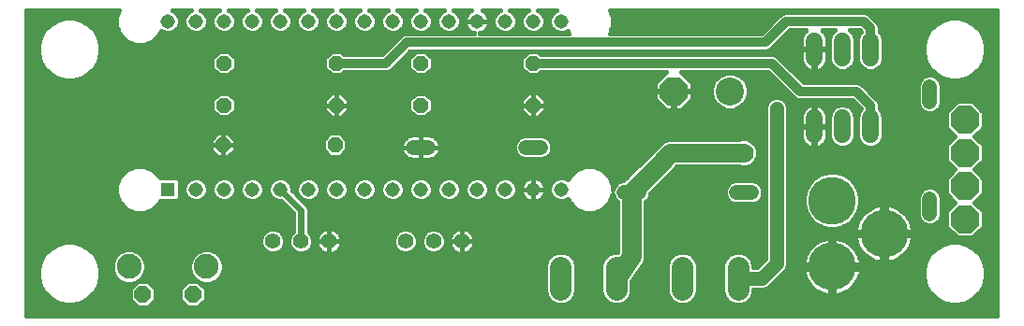
<source format=gbl>
G75*
%MOIN*%
%OFA0B0*%
%FSLAX25Y25*%
%IPPOS*%
%LPD*%
%AMOC8*
5,1,8,0,0,1.08239X$1,22.5*
%
%ADD10R,0.05150X0.05150*%
%ADD11C,0.05150*%
%ADD12C,0.05200*%
%ADD13C,0.06000*%
%ADD14OC8,0.05200*%
%ADD15C,0.10000*%
%ADD16OC8,0.10000*%
%ADD17OC8,0.06000*%
%ADD18C,0.08850*%
%ADD19C,0.07800*%
%ADD20OC8,0.10050*%
%ADD21C,0.17000*%
%ADD22C,0.05543*%
%ADD23C,0.01600*%
%ADD24C,0.02400*%
%ADD25C,0.05000*%
%ADD26C,0.04750*%
%ADD27C,0.07000*%
%ADD28C,0.07000*%
%ADD29C,0.06600*%
%ADD30C,0.03200*%
D10*
X0056800Y0062874D03*
D11*
X0066800Y0062874D03*
X0076800Y0062874D03*
X0086800Y0062874D03*
X0096800Y0062874D03*
X0106800Y0062874D03*
X0116800Y0062874D03*
X0126800Y0062874D03*
X0136800Y0062874D03*
X0146800Y0062874D03*
X0156800Y0062874D03*
X0166800Y0062874D03*
X0176800Y0062874D03*
X0186800Y0062874D03*
X0196800Y0062874D03*
X0196800Y0122874D03*
X0186800Y0122874D03*
X0176800Y0122874D03*
X0166800Y0122874D03*
X0156800Y0122874D03*
X0146800Y0122874D03*
X0136800Y0122874D03*
X0126800Y0122874D03*
X0116800Y0122874D03*
X0106800Y0122874D03*
X0096800Y0122874D03*
X0086800Y0122874D03*
X0076800Y0122874D03*
X0066800Y0122874D03*
X0056800Y0122874D03*
D12*
X0144200Y0077874D02*
X0149400Y0077874D01*
X0184200Y0077874D02*
X0189400Y0077874D01*
X0219200Y0061811D02*
X0224400Y0061811D01*
X0259200Y0061811D02*
X0264400Y0061811D01*
X0327863Y0059411D02*
X0327863Y0054211D01*
X0327863Y0094211D02*
X0327863Y0099411D01*
D13*
X0306800Y0109874D02*
X0306800Y0115874D01*
X0296800Y0115874D02*
X0296800Y0109874D01*
X0286800Y0109874D02*
X0286800Y0115874D01*
X0286800Y0088374D02*
X0286800Y0082374D01*
X0296800Y0082374D02*
X0296800Y0088374D01*
X0306800Y0088374D02*
X0306800Y0082374D01*
D14*
X0186800Y0092874D03*
X0186800Y0107874D03*
X0146800Y0107874D03*
X0116800Y0107874D03*
X0116800Y0092874D03*
X0146800Y0092874D03*
X0116363Y0078748D03*
X0076363Y0078748D03*
X0076800Y0092874D03*
X0076800Y0107874D03*
D15*
X0256800Y0097874D03*
D16*
X0236800Y0097874D03*
D17*
X0065700Y0025474D03*
X0047900Y0025474D03*
D18*
X0043000Y0035274D03*
X0070600Y0035274D03*
D19*
X0196624Y0035022D02*
X0196624Y0027222D01*
X0216424Y0027222D02*
X0216424Y0035022D01*
X0239931Y0035022D02*
X0239931Y0027222D01*
X0259731Y0027222D02*
X0259731Y0035022D01*
D20*
X0340383Y0052244D03*
X0340383Y0064055D03*
X0340383Y0075866D03*
X0340383Y0087677D03*
D21*
X0293139Y0058937D03*
X0311643Y0047126D03*
X0293139Y0035315D03*
D22*
X0161406Y0044370D03*
X0151406Y0044370D03*
X0141406Y0044370D03*
X0114162Y0044370D03*
X0104162Y0044370D03*
X0094162Y0044370D03*
D23*
X0006600Y0017674D02*
X0006600Y0126775D01*
X0039432Y0126775D01*
X0038500Y0124525D01*
X0038500Y0121223D01*
X0039764Y0118172D01*
X0042098Y0115838D01*
X0045149Y0114574D01*
X0048451Y0114574D01*
X0051502Y0115838D01*
X0053836Y0118172D01*
X0054349Y0119411D01*
X0054431Y0119329D01*
X0055968Y0118692D01*
X0057632Y0118692D01*
X0059169Y0119329D01*
X0060345Y0120505D01*
X0060982Y0122042D01*
X0060982Y0123706D01*
X0060345Y0125243D01*
X0059169Y0126419D01*
X0058310Y0126775D01*
X0065290Y0126775D01*
X0064431Y0126419D01*
X0063255Y0125243D01*
X0062618Y0123706D01*
X0062618Y0122042D01*
X0063255Y0120505D01*
X0064431Y0119329D01*
X0065968Y0118692D01*
X0067632Y0118692D01*
X0069169Y0119329D01*
X0070345Y0120505D01*
X0070982Y0122042D01*
X0070982Y0123706D01*
X0070345Y0125243D01*
X0069169Y0126419D01*
X0068310Y0126775D01*
X0075290Y0126775D01*
X0074431Y0126419D01*
X0073255Y0125243D01*
X0072618Y0123706D01*
X0072618Y0122042D01*
X0073255Y0120505D01*
X0074431Y0119329D01*
X0075968Y0118692D01*
X0077632Y0118692D01*
X0079169Y0119329D01*
X0080345Y0120505D01*
X0080982Y0122042D01*
X0080982Y0123706D01*
X0080345Y0125243D01*
X0079169Y0126419D01*
X0078310Y0126775D01*
X0085290Y0126775D01*
X0084431Y0126419D01*
X0083255Y0125243D01*
X0082618Y0123706D01*
X0082618Y0122042D01*
X0083255Y0120505D01*
X0084431Y0119329D01*
X0085968Y0118692D01*
X0087632Y0118692D01*
X0089169Y0119329D01*
X0090345Y0120505D01*
X0090982Y0122042D01*
X0090982Y0123706D01*
X0090345Y0125243D01*
X0089169Y0126419D01*
X0088310Y0126775D01*
X0095290Y0126775D01*
X0094431Y0126419D01*
X0093255Y0125243D01*
X0092618Y0123706D01*
X0092618Y0122042D01*
X0093255Y0120505D01*
X0094431Y0119329D01*
X0095968Y0118692D01*
X0097632Y0118692D01*
X0099169Y0119329D01*
X0100345Y0120505D01*
X0100982Y0122042D01*
X0100982Y0123706D01*
X0100345Y0125243D01*
X0099169Y0126419D01*
X0098310Y0126775D01*
X0105290Y0126775D01*
X0104431Y0126419D01*
X0103255Y0125243D01*
X0102618Y0123706D01*
X0102618Y0122042D01*
X0103255Y0120505D01*
X0104431Y0119329D01*
X0105968Y0118692D01*
X0107632Y0118692D01*
X0109169Y0119329D01*
X0110345Y0120505D01*
X0110982Y0122042D01*
X0110982Y0123706D01*
X0110345Y0125243D01*
X0109169Y0126419D01*
X0108310Y0126775D01*
X0115290Y0126775D01*
X0114431Y0126419D01*
X0113255Y0125243D01*
X0112618Y0123706D01*
X0112618Y0122042D01*
X0113255Y0120505D01*
X0114431Y0119329D01*
X0115968Y0118692D01*
X0117632Y0118692D01*
X0119169Y0119329D01*
X0120345Y0120505D01*
X0120982Y0122042D01*
X0120982Y0123706D01*
X0120345Y0125243D01*
X0119169Y0126419D01*
X0118310Y0126775D01*
X0125290Y0126775D01*
X0124431Y0126419D01*
X0123255Y0125243D01*
X0122618Y0123706D01*
X0122618Y0122042D01*
X0123255Y0120505D01*
X0124431Y0119329D01*
X0125968Y0118692D01*
X0127632Y0118692D01*
X0129169Y0119329D01*
X0130345Y0120505D01*
X0130982Y0122042D01*
X0130982Y0123706D01*
X0130345Y0125243D01*
X0129169Y0126419D01*
X0128310Y0126775D01*
X0135290Y0126775D01*
X0134431Y0126419D01*
X0133255Y0125243D01*
X0132618Y0123706D01*
X0132618Y0122042D01*
X0133255Y0120505D01*
X0134431Y0119329D01*
X0135968Y0118692D01*
X0137632Y0118692D01*
X0139169Y0119329D01*
X0140345Y0120505D01*
X0140982Y0122042D01*
X0140982Y0123706D01*
X0140345Y0125243D01*
X0139169Y0126419D01*
X0138310Y0126775D01*
X0145290Y0126775D01*
X0144431Y0126419D01*
X0143255Y0125243D01*
X0142618Y0123706D01*
X0142618Y0122042D01*
X0143255Y0120505D01*
X0144431Y0119329D01*
X0145968Y0118692D01*
X0147632Y0118692D01*
X0149169Y0119329D01*
X0150345Y0120505D01*
X0150982Y0122042D01*
X0150982Y0123706D01*
X0150345Y0125243D01*
X0149169Y0126419D01*
X0148310Y0126775D01*
X0155290Y0126775D01*
X0154431Y0126419D01*
X0153255Y0125243D01*
X0152618Y0123706D01*
X0152618Y0122042D01*
X0153255Y0120505D01*
X0154431Y0119329D01*
X0155968Y0118692D01*
X0157632Y0118692D01*
X0159169Y0119329D01*
X0160345Y0120505D01*
X0160982Y0122042D01*
X0160982Y0123706D01*
X0160345Y0125243D01*
X0159169Y0126419D01*
X0158310Y0126775D01*
X0164819Y0126775D01*
X0164507Y0126616D01*
X0163950Y0126211D01*
X0163463Y0125724D01*
X0163058Y0125167D01*
X0162746Y0124553D01*
X0162533Y0123898D01*
X0162425Y0123218D01*
X0162425Y0122874D01*
X0162425Y0122530D01*
X0162533Y0121850D01*
X0162746Y0121195D01*
X0163058Y0120581D01*
X0163463Y0120024D01*
X0163950Y0119537D01*
X0164507Y0119132D01*
X0165121Y0118820D01*
X0165776Y0118607D01*
X0165939Y0118581D01*
X0141162Y0118581D01*
X0139983Y0118093D01*
X0139081Y0117191D01*
X0132972Y0111081D01*
X0119543Y0111081D01*
X0118543Y0112081D01*
X0115057Y0112081D01*
X0112593Y0109617D01*
X0112593Y0106131D01*
X0115057Y0103667D01*
X0118543Y0103667D01*
X0119543Y0104667D01*
X0134938Y0104667D01*
X0136117Y0105155D01*
X0143128Y0112167D01*
X0269938Y0112167D01*
X0271117Y0112655D01*
X0278128Y0119667D01*
X0283854Y0119667D01*
X0283673Y0119535D01*
X0283139Y0119001D01*
X0282695Y0118390D01*
X0282352Y0117717D01*
X0282118Y0116998D01*
X0282000Y0116252D01*
X0282000Y0113074D01*
X0286600Y0113074D01*
X0286600Y0112674D01*
X0287000Y0112674D01*
X0287000Y0113074D01*
X0291600Y0113074D01*
X0291600Y0116252D01*
X0291482Y0116998D01*
X0291248Y0117717D01*
X0290905Y0118390D01*
X0290461Y0119001D01*
X0289927Y0119535D01*
X0289746Y0119667D01*
X0294078Y0119667D01*
X0292894Y0118484D01*
X0292193Y0116790D01*
X0292193Y0108958D01*
X0292894Y0107264D01*
X0294190Y0105968D01*
X0295884Y0105267D01*
X0297716Y0105267D01*
X0299410Y0105968D01*
X0300706Y0107264D01*
X0301407Y0108958D01*
X0301407Y0116790D01*
X0300706Y0118484D01*
X0299522Y0119667D01*
X0302972Y0119667D01*
X0303525Y0119114D01*
X0302894Y0118484D01*
X0302193Y0116790D01*
X0302193Y0108958D01*
X0302894Y0107264D01*
X0304190Y0105968D01*
X0305884Y0105267D01*
X0307716Y0105267D01*
X0309410Y0105968D01*
X0310706Y0107264D01*
X0311407Y0108958D01*
X0311407Y0116790D01*
X0310706Y0118484D01*
X0310007Y0119182D01*
X0310007Y0121012D01*
X0309519Y0122191D01*
X0308617Y0123093D01*
X0306117Y0125593D01*
X0304938Y0126081D01*
X0276162Y0126081D01*
X0274983Y0125593D01*
X0274081Y0124691D01*
X0267972Y0118581D01*
X0214006Y0118581D01*
X0215100Y0121223D01*
X0215100Y0124525D01*
X0214168Y0126775D01*
X0351921Y0126775D01*
X0351921Y0017674D01*
X0006600Y0017674D01*
X0006600Y0019268D02*
X0351921Y0019268D01*
X0351921Y0020867D02*
X0006600Y0020867D01*
X0006600Y0022465D02*
X0017763Y0022465D01*
X0017516Y0022531D02*
X0020339Y0021775D01*
X0023261Y0021775D01*
X0026084Y0022531D01*
X0028615Y0023992D01*
X0030682Y0026059D01*
X0032143Y0028590D01*
X0032899Y0031413D01*
X0032899Y0034335D01*
X0032143Y0037158D01*
X0030682Y0039689D01*
X0028615Y0041756D01*
X0026084Y0043217D01*
X0023261Y0043973D01*
X0020339Y0043973D01*
X0017516Y0043217D01*
X0014985Y0041756D01*
X0012918Y0039689D01*
X0011457Y0037158D01*
X0010701Y0034335D01*
X0010701Y0031413D01*
X0011457Y0028590D01*
X0012918Y0026059D01*
X0014985Y0023992D01*
X0017516Y0022531D01*
X0014914Y0024064D02*
X0006600Y0024064D01*
X0006600Y0025662D02*
X0013315Y0025662D01*
X0012225Y0027261D02*
X0006600Y0027261D01*
X0006600Y0028859D02*
X0011385Y0028859D01*
X0010957Y0030458D02*
X0006600Y0030458D01*
X0006600Y0032056D02*
X0010701Y0032056D01*
X0010701Y0033655D02*
X0006600Y0033655D01*
X0006600Y0035253D02*
X0010947Y0035253D01*
X0011375Y0036852D02*
X0006600Y0036852D01*
X0006600Y0038450D02*
X0012203Y0038450D01*
X0013278Y0040049D02*
X0006600Y0040049D01*
X0006600Y0041647D02*
X0014877Y0041647D01*
X0017624Y0043246D02*
X0006600Y0043246D01*
X0006600Y0044844D02*
X0089783Y0044844D01*
X0089783Y0045241D02*
X0089783Y0043499D01*
X0090450Y0041890D01*
X0091682Y0040658D01*
X0093291Y0039991D01*
X0095033Y0039991D01*
X0096643Y0040658D01*
X0097874Y0041890D01*
X0098541Y0043499D01*
X0098541Y0045241D01*
X0097874Y0046850D01*
X0096643Y0048082D01*
X0095033Y0048749D01*
X0093291Y0048749D01*
X0091682Y0048082D01*
X0090450Y0046850D01*
X0089783Y0045241D01*
X0090281Y0046443D02*
X0006600Y0046443D01*
X0006600Y0048041D02*
X0091641Y0048041D01*
X0096683Y0048041D02*
X0101355Y0048041D01*
X0101355Y0047755D02*
X0100450Y0046850D01*
X0099783Y0045241D01*
X0099783Y0043499D01*
X0100450Y0041890D01*
X0101682Y0040658D01*
X0103291Y0039991D01*
X0105033Y0039991D01*
X0106643Y0040658D01*
X0107874Y0041890D01*
X0108541Y0043499D01*
X0108541Y0045241D01*
X0107874Y0046850D01*
X0106969Y0047755D01*
X0106969Y0056070D01*
X0106542Y0057102D01*
X0100982Y0062662D01*
X0100982Y0063706D01*
X0100345Y0065243D01*
X0099169Y0066419D01*
X0097632Y0067056D01*
X0095968Y0067056D01*
X0094431Y0066419D01*
X0093255Y0065243D01*
X0092618Y0063706D01*
X0092618Y0062042D01*
X0093255Y0060505D01*
X0094431Y0059329D01*
X0095968Y0058692D01*
X0097012Y0058692D01*
X0101355Y0054349D01*
X0101355Y0047755D01*
X0100281Y0046443D02*
X0098043Y0046443D01*
X0098541Y0044844D02*
X0099783Y0044844D01*
X0099888Y0043246D02*
X0098436Y0043246D01*
X0097632Y0041647D02*
X0100693Y0041647D01*
X0103153Y0040049D02*
X0095172Y0040049D01*
X0093153Y0040049D02*
X0074356Y0040049D01*
X0074017Y0040388D02*
X0071800Y0041306D01*
X0069400Y0041306D01*
X0067183Y0040388D01*
X0065486Y0038691D01*
X0064568Y0036474D01*
X0064568Y0034074D01*
X0065486Y0031857D01*
X0067183Y0030160D01*
X0067374Y0030081D01*
X0063792Y0030081D01*
X0061093Y0027382D01*
X0061093Y0023566D01*
X0063792Y0020867D01*
X0067608Y0020867D01*
X0070307Y0023566D01*
X0070307Y0027382D01*
X0067774Y0029916D01*
X0069400Y0029242D01*
X0071800Y0029242D01*
X0074017Y0030160D01*
X0075714Y0031857D01*
X0076632Y0034074D01*
X0076632Y0036474D01*
X0075714Y0038691D01*
X0074017Y0040388D01*
X0075813Y0038450D02*
X0192264Y0038450D01*
X0191956Y0038142D02*
X0193505Y0039691D01*
X0195529Y0040529D01*
X0197720Y0040529D01*
X0199744Y0039691D01*
X0201293Y0038142D01*
X0202131Y0036117D01*
X0202131Y0026127D01*
X0201293Y0024103D01*
X0199744Y0022553D01*
X0197720Y0021715D01*
X0195529Y0021715D01*
X0193505Y0022553D01*
X0191956Y0024103D01*
X0191117Y0026127D01*
X0191117Y0036117D01*
X0191956Y0038142D01*
X0191421Y0036852D02*
X0076476Y0036852D01*
X0076632Y0035253D02*
X0191117Y0035253D01*
X0191117Y0033655D02*
X0076458Y0033655D01*
X0075796Y0032056D02*
X0191117Y0032056D01*
X0191117Y0030458D02*
X0074314Y0030458D01*
X0068830Y0028859D02*
X0191117Y0028859D01*
X0191117Y0027261D02*
X0070307Y0027261D01*
X0070307Y0025662D02*
X0191310Y0025662D01*
X0191995Y0024064D02*
X0070307Y0024064D01*
X0069206Y0022465D02*
X0193718Y0022465D01*
X0199531Y0022465D02*
X0213518Y0022465D01*
X0213305Y0022553D02*
X0215329Y0021715D01*
X0217520Y0021715D01*
X0219544Y0022553D01*
X0221093Y0024103D01*
X0221931Y0026127D01*
X0221931Y0030149D01*
X0225749Y0035742D01*
X0226130Y0036123D01*
X0226316Y0036573D01*
X0226591Y0036976D01*
X0226701Y0037503D01*
X0226907Y0038000D01*
X0226907Y0038487D01*
X0227007Y0038964D01*
X0226907Y0039493D01*
X0226907Y0058368D01*
X0227967Y0059428D01*
X0228607Y0060974D01*
X0228607Y0061396D01*
X0237193Y0069981D01*
X0237393Y0070464D01*
X0237888Y0070959D01*
X0260144Y0070959D01*
X0260627Y0070759D01*
X0262658Y0070759D01*
X0264535Y0071537D01*
X0265972Y0072973D01*
X0266750Y0074850D01*
X0266750Y0076882D01*
X0265972Y0078759D01*
X0264535Y0080196D01*
X0262658Y0080973D01*
X0260627Y0080973D01*
X0260144Y0080773D01*
X0234879Y0080773D01*
X0233075Y0080026D01*
X0230453Y0077404D01*
X0229970Y0077204D01*
X0218785Y0066018D01*
X0218363Y0066018D01*
X0216817Y0065378D01*
X0215633Y0064194D01*
X0215100Y0062906D01*
X0215100Y0064525D01*
X0213836Y0067576D01*
X0211502Y0069910D01*
X0208451Y0071174D01*
X0205149Y0071174D01*
X0202098Y0069910D01*
X0199764Y0067576D01*
X0199251Y0066337D01*
X0199169Y0066419D01*
X0197632Y0067056D01*
X0195968Y0067056D01*
X0194431Y0066419D01*
X0193255Y0065243D01*
X0192618Y0063706D01*
X0192618Y0062042D01*
X0193255Y0060505D01*
X0194431Y0059329D01*
X0195968Y0058692D01*
X0197632Y0058692D01*
X0199169Y0059329D01*
X0199251Y0059411D01*
X0199764Y0058172D01*
X0202098Y0055838D01*
X0205149Y0054574D01*
X0208451Y0054574D01*
X0211502Y0055838D01*
X0213836Y0058172D01*
X0214995Y0060969D01*
X0215633Y0059428D01*
X0216693Y0058368D01*
X0216693Y0040593D01*
X0216650Y0040529D01*
X0215329Y0040529D01*
X0213305Y0039691D01*
X0211756Y0038142D01*
X0210917Y0036117D01*
X0210917Y0026127D01*
X0211756Y0024103D01*
X0213305Y0022553D01*
X0211795Y0024064D02*
X0201254Y0024064D01*
X0201939Y0025662D02*
X0211110Y0025662D01*
X0210917Y0027261D02*
X0202131Y0027261D01*
X0202131Y0028859D02*
X0210917Y0028859D01*
X0210917Y0030458D02*
X0202131Y0030458D01*
X0202131Y0032056D02*
X0210917Y0032056D01*
X0210917Y0033655D02*
X0202131Y0033655D01*
X0202131Y0035253D02*
X0210917Y0035253D01*
X0211221Y0036852D02*
X0201827Y0036852D01*
X0200984Y0038450D02*
X0212064Y0038450D01*
X0214169Y0040049D02*
X0198880Y0040049D01*
X0194369Y0040049D02*
X0162901Y0040049D01*
X0163161Y0040133D02*
X0163802Y0040460D01*
X0164385Y0040883D01*
X0164893Y0041392D01*
X0165316Y0041974D01*
X0165643Y0042615D01*
X0165865Y0043300D01*
X0165978Y0044010D01*
X0165978Y0044284D01*
X0161492Y0044284D01*
X0161492Y0039798D01*
X0161766Y0039798D01*
X0162477Y0039911D01*
X0163161Y0040133D01*
X0161492Y0040049D02*
X0161320Y0040049D01*
X0161320Y0039798D02*
X0161320Y0044284D01*
X0156835Y0044284D01*
X0156835Y0044010D01*
X0156947Y0043300D01*
X0157170Y0042615D01*
X0157496Y0041974D01*
X0157919Y0041392D01*
X0158428Y0040883D01*
X0159010Y0040460D01*
X0159651Y0040133D01*
X0160336Y0039911D01*
X0161046Y0039798D01*
X0161320Y0039798D01*
X0159912Y0040049D02*
X0152416Y0040049D01*
X0152277Y0039991D02*
X0153887Y0040658D01*
X0155118Y0041890D01*
X0155785Y0043499D01*
X0155785Y0045241D01*
X0155118Y0046850D01*
X0153887Y0048082D01*
X0152277Y0048749D01*
X0150535Y0048749D01*
X0148926Y0048082D01*
X0147694Y0046850D01*
X0147028Y0045241D01*
X0147028Y0043499D01*
X0147694Y0041890D01*
X0148926Y0040658D01*
X0150535Y0039991D01*
X0152277Y0039991D01*
X0150397Y0040049D02*
X0142416Y0040049D01*
X0142277Y0039991D02*
X0143887Y0040658D01*
X0145118Y0041890D01*
X0145785Y0043499D01*
X0145785Y0045241D01*
X0145118Y0046850D01*
X0143887Y0048082D01*
X0142277Y0048749D01*
X0140535Y0048749D01*
X0138926Y0048082D01*
X0137694Y0046850D01*
X0137028Y0045241D01*
X0137028Y0043499D01*
X0137694Y0041890D01*
X0138926Y0040658D01*
X0140535Y0039991D01*
X0142277Y0039991D01*
X0140397Y0040049D02*
X0115657Y0040049D01*
X0115917Y0040133D02*
X0116558Y0040460D01*
X0117140Y0040883D01*
X0117649Y0041392D01*
X0118072Y0041974D01*
X0118399Y0042615D01*
X0118621Y0043300D01*
X0118734Y0044010D01*
X0118734Y0044284D01*
X0114248Y0044284D01*
X0114248Y0039798D01*
X0114522Y0039798D01*
X0115233Y0039911D01*
X0115917Y0040133D01*
X0114248Y0040049D02*
X0114076Y0040049D01*
X0114076Y0039798D02*
X0114076Y0044284D01*
X0109591Y0044284D01*
X0109591Y0044010D01*
X0109703Y0043300D01*
X0109925Y0042615D01*
X0110252Y0041974D01*
X0110675Y0041392D01*
X0111184Y0040883D01*
X0111766Y0040460D01*
X0112407Y0040133D01*
X0113092Y0039911D01*
X0113802Y0039798D01*
X0114076Y0039798D01*
X0112668Y0040049D02*
X0105172Y0040049D01*
X0107632Y0041647D02*
X0110490Y0041647D01*
X0109721Y0043246D02*
X0108436Y0043246D01*
X0108541Y0044844D02*
X0109609Y0044844D01*
X0109591Y0044730D02*
X0109591Y0044456D01*
X0114076Y0044456D01*
X0114076Y0044284D01*
X0114248Y0044284D01*
X0114248Y0044456D01*
X0114076Y0044456D01*
X0114076Y0048942D01*
X0113802Y0048942D01*
X0113092Y0048829D01*
X0112407Y0048607D01*
X0111766Y0048280D01*
X0111184Y0047857D01*
X0110675Y0047348D01*
X0110252Y0046766D01*
X0109925Y0046125D01*
X0109703Y0045441D01*
X0109591Y0044730D01*
X0114076Y0044844D02*
X0114248Y0044844D01*
X0114248Y0044456D02*
X0114248Y0048942D01*
X0114522Y0048942D01*
X0115233Y0048829D01*
X0115917Y0048607D01*
X0116558Y0048280D01*
X0117140Y0047857D01*
X0117649Y0047348D01*
X0118072Y0046766D01*
X0118399Y0046125D01*
X0118621Y0045441D01*
X0118734Y0044730D01*
X0118734Y0044456D01*
X0114248Y0044456D01*
X0114248Y0043246D02*
X0114076Y0043246D01*
X0114076Y0041647D02*
X0114248Y0041647D01*
X0117835Y0041647D02*
X0137937Y0041647D01*
X0137132Y0043246D02*
X0118604Y0043246D01*
X0118716Y0044844D02*
X0137028Y0044844D01*
X0137525Y0046443D02*
X0118237Y0046443D01*
X0116887Y0048041D02*
X0138885Y0048041D01*
X0143928Y0048041D02*
X0148885Y0048041D01*
X0147525Y0046443D02*
X0145287Y0046443D01*
X0145785Y0044844D02*
X0147028Y0044844D01*
X0147132Y0043246D02*
X0145680Y0043246D01*
X0144876Y0041647D02*
X0147937Y0041647D01*
X0154876Y0041647D02*
X0157734Y0041647D01*
X0156965Y0043246D02*
X0155680Y0043246D01*
X0155785Y0044844D02*
X0156853Y0044844D01*
X0156835Y0044730D02*
X0156835Y0044456D01*
X0161320Y0044456D01*
X0161320Y0044284D01*
X0161492Y0044284D01*
X0161492Y0044456D01*
X0161320Y0044456D01*
X0161320Y0048942D01*
X0161046Y0048942D01*
X0160336Y0048829D01*
X0159651Y0048607D01*
X0159010Y0048280D01*
X0158428Y0047857D01*
X0157919Y0047348D01*
X0157496Y0046766D01*
X0157170Y0046125D01*
X0156947Y0045441D01*
X0156835Y0044730D01*
X0161320Y0044844D02*
X0161492Y0044844D01*
X0161492Y0044456D02*
X0161492Y0048942D01*
X0161766Y0048942D01*
X0162477Y0048829D01*
X0163161Y0048607D01*
X0163802Y0048280D01*
X0164385Y0047857D01*
X0164893Y0047348D01*
X0165316Y0046766D01*
X0165643Y0046125D01*
X0165865Y0045441D01*
X0165978Y0044730D01*
X0165978Y0044456D01*
X0161492Y0044456D01*
X0161492Y0043246D02*
X0161320Y0043246D01*
X0161320Y0041647D02*
X0161492Y0041647D01*
X0165079Y0041647D02*
X0216693Y0041647D01*
X0216693Y0043246D02*
X0165848Y0043246D01*
X0165960Y0044844D02*
X0216693Y0044844D01*
X0216693Y0046443D02*
X0165481Y0046443D01*
X0164131Y0048041D02*
X0216693Y0048041D01*
X0216693Y0049640D02*
X0106969Y0049640D01*
X0106969Y0051238D02*
X0216693Y0051238D01*
X0216693Y0052837D02*
X0106969Y0052837D01*
X0101355Y0052837D02*
X0006600Y0052837D01*
X0006600Y0051238D02*
X0101355Y0051238D01*
X0101355Y0049640D02*
X0006600Y0049640D01*
X0006600Y0054435D02*
X0101269Y0054435D01*
X0099670Y0056034D02*
X0051698Y0056034D01*
X0051502Y0055838D02*
X0053836Y0058172D01*
X0054052Y0058692D01*
X0060040Y0058692D01*
X0060982Y0059634D01*
X0060982Y0066114D01*
X0060040Y0067056D01*
X0054052Y0067056D01*
X0053836Y0067576D01*
X0051502Y0069910D01*
X0048451Y0071174D01*
X0045149Y0071174D01*
X0042098Y0069910D01*
X0039764Y0067576D01*
X0038500Y0064525D01*
X0038500Y0061223D01*
X0039764Y0058172D01*
X0042098Y0055838D01*
X0045149Y0054574D01*
X0048451Y0054574D01*
X0051502Y0055838D01*
X0053296Y0057632D02*
X0098072Y0057632D01*
X0094668Y0059231D02*
X0088932Y0059231D01*
X0089169Y0059329D02*
X0090345Y0060505D01*
X0090982Y0062042D01*
X0090982Y0063706D01*
X0090345Y0065243D01*
X0089169Y0066419D01*
X0087632Y0067056D01*
X0085968Y0067056D01*
X0084431Y0066419D01*
X0083255Y0065243D01*
X0082618Y0063706D01*
X0082618Y0062042D01*
X0083255Y0060505D01*
X0084431Y0059329D01*
X0085968Y0058692D01*
X0087632Y0058692D01*
X0089169Y0059329D01*
X0090480Y0060829D02*
X0093120Y0060829D01*
X0092618Y0062428D02*
X0090982Y0062428D01*
X0090849Y0064026D02*
X0092751Y0064026D01*
X0093637Y0065625D02*
X0089963Y0065625D01*
X0083637Y0065625D02*
X0079963Y0065625D01*
X0080345Y0065243D02*
X0079169Y0066419D01*
X0077632Y0067056D01*
X0075968Y0067056D01*
X0074431Y0066419D01*
X0073255Y0065243D01*
X0072618Y0063706D01*
X0072618Y0062042D01*
X0073255Y0060505D01*
X0074431Y0059329D01*
X0075968Y0058692D01*
X0077632Y0058692D01*
X0079169Y0059329D01*
X0080345Y0060505D01*
X0080982Y0062042D01*
X0080982Y0063706D01*
X0080345Y0065243D01*
X0080849Y0064026D02*
X0082751Y0064026D01*
X0082618Y0062428D02*
X0080982Y0062428D01*
X0080480Y0060829D02*
X0083120Y0060829D01*
X0084668Y0059231D02*
X0078932Y0059231D01*
X0074668Y0059231D02*
X0068932Y0059231D01*
X0069169Y0059329D02*
X0070345Y0060505D01*
X0070982Y0062042D01*
X0070982Y0063706D01*
X0070345Y0065243D01*
X0069169Y0066419D01*
X0067632Y0067056D01*
X0065968Y0067056D01*
X0064431Y0066419D01*
X0063255Y0065243D01*
X0062618Y0063706D01*
X0062618Y0062042D01*
X0063255Y0060505D01*
X0064431Y0059329D01*
X0065968Y0058692D01*
X0067632Y0058692D01*
X0069169Y0059329D01*
X0070480Y0060829D02*
X0073120Y0060829D01*
X0072618Y0062428D02*
X0070982Y0062428D01*
X0070849Y0064026D02*
X0072751Y0064026D01*
X0073637Y0065625D02*
X0069963Y0065625D01*
X0063637Y0065625D02*
X0060982Y0065625D01*
X0060982Y0064026D02*
X0062751Y0064026D01*
X0062618Y0062428D02*
X0060982Y0062428D01*
X0060982Y0060829D02*
X0063120Y0060829D01*
X0064668Y0059231D02*
X0060579Y0059231D01*
X0041902Y0056034D02*
X0006600Y0056034D01*
X0006600Y0057632D02*
X0040304Y0057632D01*
X0039325Y0059231D02*
X0006600Y0059231D01*
X0006600Y0060829D02*
X0038663Y0060829D01*
X0038500Y0062428D02*
X0006600Y0062428D01*
X0006600Y0064026D02*
X0038500Y0064026D01*
X0038956Y0065625D02*
X0006600Y0065625D01*
X0006600Y0067223D02*
X0039618Y0067223D01*
X0041010Y0068822D02*
X0006600Y0068822D01*
X0006600Y0070420D02*
X0043330Y0070420D01*
X0050270Y0070420D02*
X0203330Y0070420D01*
X0201010Y0068822D02*
X0052590Y0068822D01*
X0053982Y0067223D02*
X0186295Y0067223D01*
X0186456Y0067249D02*
X0185776Y0067141D01*
X0185121Y0066928D01*
X0184507Y0066616D01*
X0183950Y0066211D01*
X0183463Y0065724D01*
X0183058Y0065167D01*
X0182746Y0064553D01*
X0182533Y0063898D01*
X0182425Y0063218D01*
X0182425Y0062874D01*
X0182425Y0062530D01*
X0182533Y0061850D01*
X0182746Y0061195D01*
X0183058Y0060581D01*
X0183463Y0060024D01*
X0183950Y0059537D01*
X0184507Y0059132D01*
X0185121Y0058820D01*
X0185776Y0058607D01*
X0186456Y0058499D01*
X0186800Y0058499D01*
X0187144Y0058499D01*
X0187824Y0058607D01*
X0188479Y0058820D01*
X0189093Y0059132D01*
X0189650Y0059537D01*
X0190137Y0060024D01*
X0190542Y0060581D01*
X0190854Y0061195D01*
X0191067Y0061850D01*
X0191175Y0062530D01*
X0191175Y0062874D01*
X0191175Y0063218D01*
X0191067Y0063898D01*
X0190854Y0064553D01*
X0190542Y0065167D01*
X0190137Y0065724D01*
X0189650Y0066211D01*
X0189093Y0066616D01*
X0188479Y0066928D01*
X0187824Y0067141D01*
X0187144Y0067249D01*
X0186800Y0067249D01*
X0186800Y0062874D01*
X0186800Y0058499D01*
X0186800Y0062874D01*
X0186800Y0062874D01*
X0191175Y0062874D01*
X0186800Y0062874D01*
X0186800Y0062874D01*
X0186800Y0062874D01*
X0182425Y0062874D01*
X0186800Y0062874D01*
X0186800Y0062874D01*
X0186800Y0067249D01*
X0186456Y0067249D01*
X0186800Y0067223D02*
X0186800Y0067223D01*
X0187305Y0067223D02*
X0199618Y0067223D01*
X0193637Y0065625D02*
X0190209Y0065625D01*
X0191026Y0064026D02*
X0192751Y0064026D01*
X0192618Y0062428D02*
X0191159Y0062428D01*
X0186800Y0062428D02*
X0186800Y0062428D01*
X0186800Y0064026D02*
X0186800Y0064026D01*
X0186800Y0065625D02*
X0186800Y0065625D01*
X0183391Y0065625D02*
X0179963Y0065625D01*
X0180345Y0065243D02*
X0179169Y0066419D01*
X0177632Y0067056D01*
X0175968Y0067056D01*
X0174431Y0066419D01*
X0173255Y0065243D01*
X0172618Y0063706D01*
X0172618Y0062042D01*
X0173255Y0060505D01*
X0174431Y0059329D01*
X0175968Y0058692D01*
X0177632Y0058692D01*
X0179169Y0059329D01*
X0180345Y0060505D01*
X0180982Y0062042D01*
X0180982Y0063706D01*
X0180345Y0065243D01*
X0180849Y0064026D02*
X0182574Y0064026D01*
X0182441Y0062428D02*
X0180982Y0062428D01*
X0180480Y0060829D02*
X0182932Y0060829D01*
X0184372Y0059231D02*
X0178932Y0059231D01*
X0174668Y0059231D02*
X0168932Y0059231D01*
X0169169Y0059329D02*
X0170345Y0060505D01*
X0170982Y0062042D01*
X0170982Y0063706D01*
X0170345Y0065243D01*
X0169169Y0066419D01*
X0167632Y0067056D01*
X0165968Y0067056D01*
X0164431Y0066419D01*
X0163255Y0065243D01*
X0162618Y0063706D01*
X0162618Y0062042D01*
X0163255Y0060505D01*
X0164431Y0059329D01*
X0165968Y0058692D01*
X0167632Y0058692D01*
X0169169Y0059329D01*
X0170480Y0060829D02*
X0173120Y0060829D01*
X0172618Y0062428D02*
X0170982Y0062428D01*
X0170849Y0064026D02*
X0172751Y0064026D01*
X0173637Y0065625D02*
X0169963Y0065625D01*
X0163637Y0065625D02*
X0159963Y0065625D01*
X0160345Y0065243D02*
X0159169Y0066419D01*
X0157632Y0067056D01*
X0155968Y0067056D01*
X0154431Y0066419D01*
X0153255Y0065243D01*
X0152618Y0063706D01*
X0152618Y0062042D01*
X0153255Y0060505D01*
X0154431Y0059329D01*
X0155968Y0058692D01*
X0157632Y0058692D01*
X0159169Y0059329D01*
X0160345Y0060505D01*
X0160982Y0062042D01*
X0160982Y0063706D01*
X0160345Y0065243D01*
X0160849Y0064026D02*
X0162751Y0064026D01*
X0162618Y0062428D02*
X0160982Y0062428D01*
X0160480Y0060829D02*
X0163120Y0060829D01*
X0164668Y0059231D02*
X0158932Y0059231D01*
X0154668Y0059231D02*
X0148932Y0059231D01*
X0149169Y0059329D02*
X0150345Y0060505D01*
X0150982Y0062042D01*
X0150982Y0063706D01*
X0150345Y0065243D01*
X0149169Y0066419D01*
X0147632Y0067056D01*
X0145968Y0067056D01*
X0144431Y0066419D01*
X0143255Y0065243D01*
X0142618Y0063706D01*
X0142618Y0062042D01*
X0143255Y0060505D01*
X0144431Y0059329D01*
X0145968Y0058692D01*
X0147632Y0058692D01*
X0149169Y0059329D01*
X0150480Y0060829D02*
X0153120Y0060829D01*
X0152618Y0062428D02*
X0150982Y0062428D01*
X0150849Y0064026D02*
X0152751Y0064026D01*
X0153637Y0065625D02*
X0149963Y0065625D01*
X0143637Y0065625D02*
X0139963Y0065625D01*
X0140345Y0065243D02*
X0139169Y0066419D01*
X0137632Y0067056D01*
X0135968Y0067056D01*
X0134431Y0066419D01*
X0133255Y0065243D01*
X0132618Y0063706D01*
X0132618Y0062042D01*
X0133255Y0060505D01*
X0134431Y0059329D01*
X0135968Y0058692D01*
X0137632Y0058692D01*
X0139169Y0059329D01*
X0140345Y0060505D01*
X0140982Y0062042D01*
X0140982Y0063706D01*
X0140345Y0065243D01*
X0140849Y0064026D02*
X0142751Y0064026D01*
X0142618Y0062428D02*
X0140982Y0062428D01*
X0140480Y0060829D02*
X0143120Y0060829D01*
X0144668Y0059231D02*
X0138932Y0059231D01*
X0134668Y0059231D02*
X0128932Y0059231D01*
X0129169Y0059329D02*
X0127632Y0058692D01*
X0125968Y0058692D01*
X0124431Y0059329D01*
X0123255Y0060505D01*
X0122618Y0062042D01*
X0122618Y0063706D01*
X0123255Y0065243D01*
X0124431Y0066419D01*
X0125968Y0067056D01*
X0127632Y0067056D01*
X0129169Y0066419D01*
X0130345Y0065243D01*
X0130982Y0063706D01*
X0130982Y0062042D01*
X0130345Y0060505D01*
X0129169Y0059329D01*
X0130480Y0060829D02*
X0133120Y0060829D01*
X0132618Y0062428D02*
X0130982Y0062428D01*
X0130849Y0064026D02*
X0132751Y0064026D01*
X0133637Y0065625D02*
X0129963Y0065625D01*
X0123637Y0065625D02*
X0119963Y0065625D01*
X0120345Y0065243D02*
X0119169Y0066419D01*
X0117632Y0067056D01*
X0115968Y0067056D01*
X0114431Y0066419D01*
X0113255Y0065243D01*
X0112618Y0063706D01*
X0112618Y0062042D01*
X0113255Y0060505D01*
X0114431Y0059329D01*
X0115968Y0058692D01*
X0117632Y0058692D01*
X0119169Y0059329D01*
X0120345Y0060505D01*
X0120982Y0062042D01*
X0120982Y0063706D01*
X0120345Y0065243D01*
X0120849Y0064026D02*
X0122751Y0064026D01*
X0122618Y0062428D02*
X0120982Y0062428D01*
X0120480Y0060829D02*
X0123120Y0060829D01*
X0124668Y0059231D02*
X0118932Y0059231D01*
X0114668Y0059231D02*
X0108932Y0059231D01*
X0109169Y0059329D02*
X0110345Y0060505D01*
X0110982Y0062042D01*
X0110982Y0063706D01*
X0110345Y0065243D01*
X0109169Y0066419D01*
X0107632Y0067056D01*
X0105968Y0067056D01*
X0104431Y0066419D01*
X0103255Y0065243D01*
X0102618Y0063706D01*
X0102618Y0062042D01*
X0103255Y0060505D01*
X0104431Y0059329D01*
X0105968Y0058692D01*
X0107632Y0058692D01*
X0109169Y0059329D01*
X0110480Y0060829D02*
X0113120Y0060829D01*
X0112618Y0062428D02*
X0110982Y0062428D01*
X0110849Y0064026D02*
X0112751Y0064026D01*
X0113637Y0065625D02*
X0109963Y0065625D01*
X0103637Y0065625D02*
X0099963Y0065625D01*
X0100849Y0064026D02*
X0102751Y0064026D01*
X0102618Y0062428D02*
X0101216Y0062428D01*
X0102814Y0060829D02*
X0103120Y0060829D01*
X0104413Y0059231D02*
X0104668Y0059231D01*
X0106011Y0057632D02*
X0200304Y0057632D01*
X0199325Y0059231D02*
X0198932Y0059231D01*
X0194668Y0059231D02*
X0189228Y0059231D01*
X0190668Y0060829D02*
X0193120Y0060829D01*
X0186800Y0060829D02*
X0186800Y0060829D01*
X0186800Y0059231D02*
X0186800Y0059231D01*
X0201902Y0056034D02*
X0106969Y0056034D01*
X0106969Y0054435D02*
X0216693Y0054435D01*
X0216693Y0056034D02*
X0211698Y0056034D01*
X0213296Y0057632D02*
X0216693Y0057632D01*
X0215830Y0059231D02*
X0214275Y0059231D01*
X0214937Y0060829D02*
X0215053Y0060829D01*
X0215100Y0064026D02*
X0215564Y0064026D01*
X0214644Y0065625D02*
X0217414Y0065625D01*
X0219990Y0067223D02*
X0213982Y0067223D01*
X0212590Y0068822D02*
X0221588Y0068822D01*
X0223187Y0070420D02*
X0210270Y0070420D01*
X0224785Y0072019D02*
X0006600Y0072019D01*
X0006600Y0073617D02*
X0143062Y0073617D01*
X0143170Y0073582D02*
X0143854Y0073474D01*
X0146800Y0073474D01*
X0149746Y0073474D01*
X0150430Y0073582D01*
X0151089Y0073796D01*
X0151706Y0074111D01*
X0152266Y0074518D01*
X0152756Y0075008D01*
X0153163Y0075568D01*
X0153478Y0076185D01*
X0153692Y0076844D01*
X0153800Y0077528D01*
X0153800Y0077874D01*
X0153800Y0078220D01*
X0153692Y0078904D01*
X0153478Y0079563D01*
X0153163Y0080180D01*
X0152756Y0080740D01*
X0152266Y0081230D01*
X0151706Y0081637D01*
X0151089Y0081952D01*
X0150430Y0082166D01*
X0149746Y0082274D01*
X0146800Y0082274D01*
X0146800Y0077874D01*
X0146800Y0073474D01*
X0146800Y0077874D01*
X0146800Y0077874D01*
X0146800Y0077874D01*
X0153800Y0077874D01*
X0146800Y0077874D01*
X0146800Y0077874D01*
X0146800Y0082274D01*
X0143854Y0082274D01*
X0143170Y0082166D01*
X0142511Y0081952D01*
X0141894Y0081637D01*
X0141334Y0081230D01*
X0140844Y0080740D01*
X0140437Y0080180D01*
X0140122Y0079563D01*
X0139908Y0078904D01*
X0139800Y0078220D01*
X0139800Y0077874D01*
X0139800Y0077528D01*
X0139908Y0076844D01*
X0140122Y0076185D01*
X0140437Y0075568D01*
X0140844Y0075008D01*
X0141334Y0074518D01*
X0141894Y0074111D01*
X0142511Y0073796D01*
X0143170Y0073582D01*
X0140692Y0075216D02*
X0118781Y0075216D01*
X0118106Y0074541D02*
X0120570Y0077005D01*
X0120570Y0080491D01*
X0118106Y0082955D01*
X0114620Y0082955D01*
X0112156Y0080491D01*
X0112156Y0077005D01*
X0114620Y0074541D01*
X0118106Y0074541D01*
X0120379Y0076814D02*
X0139918Y0076814D01*
X0139800Y0077874D02*
X0146800Y0077874D01*
X0146800Y0077874D01*
X0139800Y0077874D01*
X0139831Y0078413D02*
X0120570Y0078413D01*
X0120570Y0080011D02*
X0140351Y0080011D01*
X0141856Y0081610D02*
X0119451Y0081610D01*
X0113275Y0081610D02*
X0079724Y0081610D01*
X0080763Y0080571D02*
X0078186Y0083148D01*
X0076363Y0083148D01*
X0076363Y0078748D01*
X0076363Y0074348D01*
X0078186Y0074348D01*
X0080763Y0076925D01*
X0080763Y0078748D01*
X0076363Y0078748D01*
X0076363Y0078748D01*
X0076363Y0078748D01*
X0076363Y0074348D01*
X0074540Y0074348D01*
X0071963Y0076925D01*
X0071963Y0078748D01*
X0076363Y0078748D01*
X0080763Y0078748D01*
X0080763Y0080571D01*
X0080763Y0080011D02*
X0112156Y0080011D01*
X0112156Y0078413D02*
X0080763Y0078413D01*
X0076363Y0078413D02*
X0076363Y0078413D01*
X0076363Y0078748D02*
X0076363Y0078748D01*
X0071963Y0078748D01*
X0071963Y0080571D01*
X0074540Y0083148D01*
X0076363Y0083148D01*
X0076363Y0078748D01*
X0076363Y0078748D01*
X0076363Y0080011D02*
X0076363Y0080011D01*
X0076363Y0081610D02*
X0076363Y0081610D01*
X0073002Y0081610D02*
X0006600Y0081610D01*
X0006600Y0080011D02*
X0071963Y0080011D01*
X0071963Y0078413D02*
X0006600Y0078413D01*
X0006600Y0076814D02*
X0072074Y0076814D01*
X0073673Y0075216D02*
X0006600Y0075216D01*
X0006600Y0083209D02*
X0269346Y0083209D01*
X0269346Y0084807D02*
X0006600Y0084807D01*
X0006600Y0086406D02*
X0269346Y0086406D01*
X0269346Y0088004D02*
X0006600Y0088004D01*
X0006600Y0089603D02*
X0074122Y0089603D01*
X0075057Y0088667D02*
X0078543Y0088667D01*
X0081007Y0091131D01*
X0081007Y0094617D01*
X0078543Y0097081D01*
X0075057Y0097081D01*
X0072593Y0094617D01*
X0072593Y0091131D01*
X0075057Y0088667D01*
X0072593Y0091201D02*
X0006600Y0091201D01*
X0006600Y0092800D02*
X0072593Y0092800D01*
X0072593Y0094398D02*
X0006600Y0094398D01*
X0006600Y0095997D02*
X0073973Y0095997D01*
X0079627Y0095997D02*
X0113700Y0095997D01*
X0114977Y0097274D02*
X0112400Y0094697D01*
X0112400Y0092874D01*
X0112400Y0091051D01*
X0114977Y0088474D01*
X0116800Y0088474D01*
X0118623Y0088474D01*
X0121200Y0091051D01*
X0121200Y0092874D01*
X0121200Y0094697D01*
X0118623Y0097274D01*
X0116800Y0097274D01*
X0116800Y0092874D01*
X0116800Y0088474D01*
X0116800Y0092874D01*
X0116800Y0092874D01*
X0121200Y0092874D01*
X0116800Y0092874D01*
X0116800Y0092874D01*
X0116800Y0092874D01*
X0112400Y0092874D01*
X0116800Y0092874D01*
X0116800Y0092874D01*
X0116800Y0097274D01*
X0114977Y0097274D01*
X0116800Y0095997D02*
X0116800Y0095997D01*
X0116800Y0094398D02*
X0116800Y0094398D01*
X0119900Y0095997D02*
X0143973Y0095997D01*
X0145057Y0097081D02*
X0142593Y0094617D01*
X0142593Y0091131D01*
X0145057Y0088667D01*
X0148543Y0088667D01*
X0151007Y0091131D01*
X0151007Y0094617D01*
X0148543Y0097081D01*
X0145057Y0097081D01*
X0149627Y0095997D02*
X0183700Y0095997D01*
X0184977Y0097274D02*
X0182400Y0094697D01*
X0182400Y0092874D01*
X0182400Y0091051D01*
X0184977Y0088474D01*
X0186800Y0088474D01*
X0188623Y0088474D01*
X0191200Y0091051D01*
X0191200Y0092874D01*
X0191200Y0094697D01*
X0188623Y0097274D01*
X0186800Y0097274D01*
X0186800Y0092874D01*
X0186800Y0088474D01*
X0186800Y0092874D01*
X0186800Y0092874D01*
X0191200Y0092874D01*
X0186800Y0092874D01*
X0186800Y0092874D01*
X0186800Y0092874D01*
X0182400Y0092874D01*
X0186800Y0092874D01*
X0186800Y0092874D01*
X0186800Y0097274D01*
X0184977Y0097274D01*
X0186800Y0095997D02*
X0186800Y0095997D01*
X0186800Y0094398D02*
X0186800Y0094398D01*
X0189900Y0095997D02*
X0230000Y0095997D01*
X0230000Y0095057D02*
X0233983Y0091074D01*
X0236600Y0091074D01*
X0236600Y0097674D01*
X0237000Y0097674D01*
X0237000Y0098074D01*
X0243600Y0098074D01*
X0243600Y0100691D01*
X0239624Y0104667D01*
X0270472Y0104667D01*
X0279081Y0096057D01*
X0279983Y0095155D01*
X0281162Y0094667D01*
X0300472Y0094667D01*
X0303525Y0091614D01*
X0302894Y0090984D01*
X0302193Y0089290D01*
X0302193Y0081458D01*
X0302894Y0079764D01*
X0304190Y0078468D01*
X0305884Y0077767D01*
X0307716Y0077767D01*
X0309410Y0078468D01*
X0310706Y0079764D01*
X0311407Y0081458D01*
X0311407Y0089290D01*
X0310706Y0090984D01*
X0310007Y0091682D01*
X0310007Y0093512D01*
X0309519Y0094691D01*
X0308617Y0095593D01*
X0304519Y0099691D01*
X0303617Y0100593D01*
X0302438Y0101081D01*
X0283128Y0101081D01*
X0273617Y0110593D01*
X0272438Y0111081D01*
X0189543Y0111081D01*
X0188543Y0112081D01*
X0185057Y0112081D01*
X0182593Y0109617D01*
X0182593Y0106131D01*
X0185057Y0103667D01*
X0188543Y0103667D01*
X0189543Y0104667D01*
X0233976Y0104667D01*
X0230000Y0100691D01*
X0230000Y0098074D01*
X0236600Y0098074D01*
X0236600Y0097674D01*
X0230000Y0097674D01*
X0230000Y0095057D01*
X0230659Y0094398D02*
X0191200Y0094398D01*
X0191200Y0092800D02*
X0232258Y0092800D01*
X0233856Y0091201D02*
X0191200Y0091201D01*
X0189751Y0089603D02*
X0269346Y0089603D01*
X0269346Y0091201D02*
X0239744Y0091201D01*
X0239617Y0091074D02*
X0243600Y0095057D01*
X0243600Y0097674D01*
X0237000Y0097674D01*
X0237000Y0091074D01*
X0239617Y0091074D01*
X0241342Y0092800D02*
X0252531Y0092800D01*
X0253057Y0092273D02*
X0255486Y0091267D01*
X0258114Y0091267D01*
X0260543Y0092273D01*
X0262401Y0094131D01*
X0263407Y0096560D01*
X0263407Y0099188D01*
X0262401Y0101617D01*
X0260543Y0103475D01*
X0258114Y0104481D01*
X0255486Y0104481D01*
X0253057Y0103475D01*
X0251199Y0101617D01*
X0250193Y0099188D01*
X0250193Y0096560D01*
X0251199Y0094131D01*
X0253057Y0092273D01*
X0251088Y0094398D02*
X0242941Y0094398D01*
X0243600Y0095997D02*
X0250426Y0095997D01*
X0250193Y0097595D02*
X0243600Y0097595D01*
X0243600Y0099194D02*
X0250195Y0099194D01*
X0250857Y0100792D02*
X0243499Y0100792D01*
X0241900Y0102391D02*
X0251973Y0102391D01*
X0254298Y0103989D02*
X0240301Y0103989D01*
X0233299Y0103989D02*
X0188865Y0103989D01*
X0184735Y0103989D02*
X0148865Y0103989D01*
X0148543Y0103667D02*
X0151007Y0106131D01*
X0151007Y0109617D01*
X0148543Y0112081D01*
X0145057Y0112081D01*
X0142593Y0109617D01*
X0142593Y0106131D01*
X0145057Y0103667D01*
X0148543Y0103667D01*
X0150463Y0105588D02*
X0183137Y0105588D01*
X0182593Y0107186D02*
X0151007Y0107186D01*
X0151007Y0108785D02*
X0182593Y0108785D01*
X0183359Y0110383D02*
X0150241Y0110383D01*
X0148642Y0111982D02*
X0184958Y0111982D01*
X0188642Y0111982D02*
X0282000Y0111982D01*
X0282000Y0112674D02*
X0282000Y0109496D01*
X0282118Y0108750D01*
X0282352Y0108031D01*
X0282695Y0107358D01*
X0283139Y0106747D01*
X0283673Y0106213D01*
X0284284Y0105769D01*
X0284957Y0105426D01*
X0285676Y0105192D01*
X0286422Y0105074D01*
X0286600Y0105074D01*
X0286600Y0112674D01*
X0282000Y0112674D01*
X0282000Y0113580D02*
X0272042Y0113580D01*
X0273640Y0115179D02*
X0282000Y0115179D01*
X0282083Y0116777D02*
X0275239Y0116777D01*
X0276837Y0118376D02*
X0282688Y0118376D01*
X0290912Y0118376D02*
X0292850Y0118376D01*
X0292193Y0116777D02*
X0291517Y0116777D01*
X0291600Y0115179D02*
X0292193Y0115179D01*
X0292193Y0113580D02*
X0291600Y0113580D01*
X0291600Y0112674D02*
X0287000Y0112674D01*
X0287000Y0105074D01*
X0287178Y0105074D01*
X0287924Y0105192D01*
X0288643Y0105426D01*
X0289316Y0105769D01*
X0289927Y0106213D01*
X0290461Y0106747D01*
X0290905Y0107358D01*
X0291248Y0108031D01*
X0291482Y0108750D01*
X0291600Y0109496D01*
X0291600Y0112674D01*
X0291600Y0111982D02*
X0292193Y0111982D01*
X0292193Y0110383D02*
X0291600Y0110383D01*
X0291487Y0108785D02*
X0292265Y0108785D01*
X0287000Y0108785D02*
X0286600Y0108785D01*
X0286600Y0110383D02*
X0287000Y0110383D01*
X0287000Y0111982D02*
X0286600Y0111982D01*
X0282000Y0110383D02*
X0273826Y0110383D01*
X0275425Y0108785D02*
X0282113Y0108785D01*
X0282820Y0107186D02*
X0277023Y0107186D01*
X0278622Y0105588D02*
X0284640Y0105588D01*
X0286600Y0105588D02*
X0287000Y0105588D01*
X0287000Y0107186D02*
X0286600Y0107186D01*
X0288960Y0105588D02*
X0295109Y0105588D01*
X0292972Y0107186D02*
X0290780Y0107186D01*
X0298491Y0105588D02*
X0305109Y0105588D01*
X0302972Y0107186D02*
X0300628Y0107186D01*
X0301335Y0108785D02*
X0302265Y0108785D01*
X0302193Y0110383D02*
X0301407Y0110383D01*
X0301407Y0111982D02*
X0302193Y0111982D01*
X0302193Y0113580D02*
X0301407Y0113580D01*
X0301407Y0115179D02*
X0302193Y0115179D01*
X0302193Y0116777D02*
X0301407Y0116777D01*
X0300750Y0118376D02*
X0302850Y0118376D01*
X0310007Y0119974D02*
X0328204Y0119974D01*
X0327918Y0119689D02*
X0326457Y0117158D01*
X0325701Y0114335D01*
X0325701Y0111413D01*
X0326457Y0108590D01*
X0327918Y0106059D01*
X0329985Y0103992D01*
X0332516Y0102531D01*
X0335339Y0101775D01*
X0338261Y0101775D01*
X0341084Y0102531D01*
X0343615Y0103992D01*
X0345682Y0106059D01*
X0347143Y0108590D01*
X0347899Y0111413D01*
X0347899Y0114335D01*
X0347143Y0117158D01*
X0345682Y0119689D01*
X0343615Y0121756D01*
X0341084Y0123217D01*
X0338261Y0123973D01*
X0335339Y0123973D01*
X0332516Y0123217D01*
X0329985Y0121756D01*
X0327918Y0119689D01*
X0327160Y0118376D02*
X0310750Y0118376D01*
X0311407Y0116777D02*
X0326355Y0116777D01*
X0325927Y0115179D02*
X0311407Y0115179D01*
X0311407Y0113580D02*
X0325701Y0113580D01*
X0325701Y0111982D02*
X0311407Y0111982D01*
X0311407Y0110383D02*
X0325977Y0110383D01*
X0326405Y0108785D02*
X0311335Y0108785D01*
X0310628Y0107186D02*
X0327268Y0107186D01*
X0328390Y0105588D02*
X0308491Y0105588D01*
X0303136Y0100792D02*
X0323881Y0100792D01*
X0323656Y0100248D02*
X0324296Y0101794D01*
X0325480Y0102978D01*
X0327026Y0103618D01*
X0328700Y0103618D01*
X0330246Y0102978D01*
X0331430Y0101794D01*
X0332070Y0100248D01*
X0332070Y0093374D01*
X0331430Y0091828D01*
X0330246Y0090644D01*
X0328700Y0090004D01*
X0327026Y0090004D01*
X0325480Y0090644D01*
X0324296Y0091828D01*
X0323656Y0093374D01*
X0323656Y0100248D01*
X0323656Y0099194D02*
X0305016Y0099194D01*
X0306614Y0097595D02*
X0323656Y0097595D01*
X0323656Y0095997D02*
X0308213Y0095997D01*
X0309640Y0094398D02*
X0323656Y0094398D01*
X0323894Y0092800D02*
X0310007Y0092800D01*
X0310488Y0091201D02*
X0324923Y0091201D01*
X0330803Y0091201D02*
X0334527Y0091201D01*
X0333751Y0090424D02*
X0333751Y0084930D01*
X0336909Y0081772D01*
X0333751Y0078613D01*
X0333751Y0073119D01*
X0336909Y0069961D01*
X0333751Y0066802D01*
X0333751Y0061308D01*
X0336909Y0058150D01*
X0333751Y0054991D01*
X0333751Y0049497D01*
X0337636Y0045612D01*
X0343130Y0045612D01*
X0347015Y0049497D01*
X0347015Y0054991D01*
X0343856Y0058150D01*
X0347015Y0061308D01*
X0347015Y0066802D01*
X0343856Y0069961D01*
X0347015Y0073119D01*
X0347015Y0078613D01*
X0343856Y0081772D01*
X0347015Y0084930D01*
X0347015Y0090424D01*
X0343130Y0094309D01*
X0337636Y0094309D01*
X0333751Y0090424D01*
X0333751Y0089603D02*
X0311278Y0089603D01*
X0311407Y0088004D02*
X0333751Y0088004D01*
X0333751Y0086406D02*
X0311407Y0086406D01*
X0311407Y0084807D02*
X0333874Y0084807D01*
X0335472Y0083209D02*
X0311407Y0083209D01*
X0311407Y0081610D02*
X0336747Y0081610D01*
X0335149Y0080011D02*
X0310808Y0080011D01*
X0309276Y0078413D02*
X0333751Y0078413D01*
X0333751Y0076814D02*
X0277561Y0076814D01*
X0277561Y0075216D02*
X0333751Y0075216D01*
X0333751Y0073617D02*
X0277561Y0073617D01*
X0277561Y0072019D02*
X0334851Y0072019D01*
X0336449Y0070420D02*
X0277561Y0070420D01*
X0277561Y0068822D02*
X0290979Y0068822D01*
X0291808Y0069044D02*
X0289237Y0068355D01*
X0286933Y0067025D01*
X0285051Y0065143D01*
X0283720Y0062838D01*
X0283031Y0060268D01*
X0283031Y0057606D01*
X0283720Y0055036D01*
X0285051Y0052731D01*
X0286933Y0050849D01*
X0289237Y0049519D01*
X0291808Y0048830D01*
X0294469Y0048830D01*
X0297040Y0049519D01*
X0299344Y0050849D01*
X0301226Y0052731D01*
X0302557Y0055036D01*
X0303246Y0057606D01*
X0303246Y0060268D01*
X0302557Y0062838D01*
X0301226Y0065143D01*
X0299344Y0067025D01*
X0297040Y0068355D01*
X0294469Y0069044D01*
X0291808Y0069044D01*
X0295298Y0068822D02*
X0335770Y0068822D01*
X0334172Y0067223D02*
X0299000Y0067223D01*
X0300744Y0065625D02*
X0333751Y0065625D01*
X0333751Y0064026D02*
X0301871Y0064026D01*
X0302667Y0062428D02*
X0324930Y0062428D01*
X0325480Y0062978D02*
X0324296Y0061794D01*
X0323656Y0060248D01*
X0323656Y0053374D01*
X0324296Y0051828D01*
X0325480Y0050644D01*
X0327026Y0050004D01*
X0328700Y0050004D01*
X0330246Y0050644D01*
X0331430Y0051828D01*
X0332070Y0053374D01*
X0332070Y0060248D01*
X0331430Y0061794D01*
X0330246Y0062978D01*
X0328700Y0063618D01*
X0327026Y0063618D01*
X0325480Y0062978D01*
X0323897Y0060829D02*
X0303095Y0060829D01*
X0303246Y0059231D02*
X0323656Y0059231D01*
X0323656Y0057632D02*
X0303246Y0057632D01*
X0302824Y0056034D02*
X0306460Y0056034D01*
X0306652Y0056155D02*
X0305673Y0055539D01*
X0304768Y0054818D01*
X0303950Y0054000D01*
X0303229Y0053096D01*
X0302614Y0052116D01*
X0302112Y0051074D01*
X0301729Y0049982D01*
X0301472Y0048854D01*
X0301367Y0047926D01*
X0310842Y0047926D01*
X0310842Y0046326D01*
X0301367Y0046326D01*
X0301472Y0045398D01*
X0301729Y0044270D01*
X0302112Y0043178D01*
X0302614Y0042136D01*
X0303229Y0041156D01*
X0303950Y0040252D01*
X0304768Y0039434D01*
X0305673Y0038712D01*
X0306652Y0038097D01*
X0307695Y0037595D01*
X0308787Y0037213D01*
X0309914Y0036956D01*
X0310843Y0036851D01*
X0310843Y0046326D01*
X0312442Y0046326D01*
X0312442Y0036851D01*
X0313371Y0036956D01*
X0314498Y0037213D01*
X0315590Y0037595D01*
X0316633Y0038097D01*
X0317612Y0038712D01*
X0318517Y0039434D01*
X0319335Y0040252D01*
X0320056Y0041156D01*
X0320672Y0042136D01*
X0321173Y0043178D01*
X0321556Y0044270D01*
X0321813Y0045398D01*
X0321918Y0046326D01*
X0312443Y0046326D01*
X0312443Y0047926D01*
X0321918Y0047926D01*
X0321813Y0048854D01*
X0321556Y0049982D01*
X0321173Y0051074D01*
X0320672Y0052116D01*
X0320056Y0053096D01*
X0319335Y0054000D01*
X0318517Y0054818D01*
X0317612Y0055539D01*
X0316633Y0056155D01*
X0315590Y0056657D01*
X0314498Y0057039D01*
X0313371Y0057296D01*
X0312442Y0057401D01*
X0312442Y0047926D01*
X0310843Y0047926D01*
X0310843Y0057401D01*
X0309914Y0057296D01*
X0308787Y0057039D01*
X0307695Y0056657D01*
X0306652Y0056155D01*
X0304385Y0054435D02*
X0302210Y0054435D01*
X0303066Y0052837D02*
X0301287Y0052837D01*
X0302191Y0051238D02*
X0299733Y0051238D01*
X0301651Y0049640D02*
X0297249Y0049640D01*
X0301380Y0048041D02*
X0277561Y0048041D01*
X0277561Y0046443D02*
X0310842Y0046443D01*
X0310843Y0048041D02*
X0312442Y0048041D01*
X0312443Y0046443D02*
X0336805Y0046443D01*
X0335206Y0048041D02*
X0321905Y0048041D01*
X0321634Y0049640D02*
X0333751Y0049640D01*
X0333751Y0051238D02*
X0330840Y0051238D01*
X0331847Y0052837D02*
X0333751Y0052837D01*
X0333751Y0054435D02*
X0332070Y0054435D01*
X0332070Y0056034D02*
X0334793Y0056034D01*
X0336392Y0057632D02*
X0332070Y0057632D01*
X0332070Y0059231D02*
X0335828Y0059231D01*
X0334229Y0060829D02*
X0331829Y0060829D01*
X0330796Y0062428D02*
X0333751Y0062428D01*
X0344938Y0059231D02*
X0351921Y0059231D01*
X0351921Y0060829D02*
X0346536Y0060829D01*
X0347015Y0062428D02*
X0351921Y0062428D01*
X0351921Y0064026D02*
X0347015Y0064026D01*
X0347015Y0065625D02*
X0351921Y0065625D01*
X0351921Y0067223D02*
X0346594Y0067223D01*
X0344995Y0068822D02*
X0351921Y0068822D01*
X0351921Y0070420D02*
X0344316Y0070420D01*
X0345915Y0072019D02*
X0351921Y0072019D01*
X0351921Y0073617D02*
X0347015Y0073617D01*
X0347015Y0075216D02*
X0351921Y0075216D01*
X0351921Y0076814D02*
X0347015Y0076814D01*
X0347015Y0078413D02*
X0351921Y0078413D01*
X0351921Y0080011D02*
X0345616Y0080011D01*
X0344018Y0081610D02*
X0351921Y0081610D01*
X0351921Y0083209D02*
X0345293Y0083209D01*
X0346892Y0084807D02*
X0351921Y0084807D01*
X0351921Y0086406D02*
X0347015Y0086406D01*
X0347015Y0088004D02*
X0351921Y0088004D01*
X0351921Y0089603D02*
X0347015Y0089603D01*
X0346238Y0091201D02*
X0351921Y0091201D01*
X0351921Y0092800D02*
X0344639Y0092800D01*
X0351921Y0094398D02*
X0332070Y0094398D01*
X0332070Y0095997D02*
X0351921Y0095997D01*
X0351921Y0097595D02*
X0332070Y0097595D01*
X0332070Y0099194D02*
X0351921Y0099194D01*
X0351921Y0100792D02*
X0331845Y0100792D01*
X0330833Y0102391D02*
X0333040Y0102391D01*
X0329991Y0103989D02*
X0280220Y0103989D01*
X0281819Y0102391D02*
X0324893Y0102391D01*
X0340560Y0102391D02*
X0351921Y0102391D01*
X0351921Y0103989D02*
X0343609Y0103989D01*
X0345210Y0105588D02*
X0351921Y0105588D01*
X0351921Y0107186D02*
X0346332Y0107186D01*
X0347195Y0108785D02*
X0351921Y0108785D01*
X0351921Y0110383D02*
X0347623Y0110383D01*
X0347899Y0111982D02*
X0351921Y0111982D01*
X0351921Y0113580D02*
X0347899Y0113580D01*
X0347673Y0115179D02*
X0351921Y0115179D01*
X0351921Y0116777D02*
X0347245Y0116777D01*
X0346440Y0118376D02*
X0351921Y0118376D01*
X0351921Y0119974D02*
X0345396Y0119974D01*
X0343798Y0121573D02*
X0351921Y0121573D01*
X0351921Y0123171D02*
X0341163Y0123171D01*
X0332437Y0123171D02*
X0308538Y0123171D01*
X0309775Y0121573D02*
X0329802Y0121573D01*
X0351921Y0124770D02*
X0306940Y0124770D01*
X0274160Y0124770D02*
X0214999Y0124770D01*
X0214336Y0126368D02*
X0351921Y0126368D01*
X0272562Y0123171D02*
X0215100Y0123171D01*
X0215100Y0121573D02*
X0270963Y0121573D01*
X0269365Y0119974D02*
X0214583Y0119974D01*
X0199594Y0118581D02*
X0167661Y0118581D01*
X0167824Y0118607D01*
X0168479Y0118820D01*
X0169093Y0119132D01*
X0169650Y0119537D01*
X0170137Y0120024D01*
X0170542Y0120581D01*
X0170854Y0121195D01*
X0171067Y0121850D01*
X0171175Y0122530D01*
X0171175Y0122874D01*
X0171175Y0123218D01*
X0171067Y0123898D01*
X0170854Y0124553D01*
X0170542Y0125167D01*
X0170137Y0125724D01*
X0169650Y0126211D01*
X0169093Y0126616D01*
X0168781Y0126775D01*
X0175290Y0126775D01*
X0174431Y0126419D01*
X0173255Y0125243D01*
X0172618Y0123706D01*
X0172618Y0122042D01*
X0173255Y0120505D01*
X0174431Y0119329D01*
X0175968Y0118692D01*
X0177632Y0118692D01*
X0179169Y0119329D01*
X0180345Y0120505D01*
X0180982Y0122042D01*
X0180982Y0123706D01*
X0180345Y0125243D01*
X0179169Y0126419D01*
X0178310Y0126775D01*
X0185290Y0126775D01*
X0184431Y0126419D01*
X0183255Y0125243D01*
X0182618Y0123706D01*
X0182618Y0122042D01*
X0183255Y0120505D01*
X0184431Y0119329D01*
X0185968Y0118692D01*
X0187632Y0118692D01*
X0189169Y0119329D01*
X0190345Y0120505D01*
X0190982Y0122042D01*
X0190982Y0123706D01*
X0190345Y0125243D01*
X0189169Y0126419D01*
X0188310Y0126775D01*
X0195290Y0126775D01*
X0194431Y0126419D01*
X0193255Y0125243D01*
X0192618Y0123706D01*
X0192618Y0122042D01*
X0193255Y0120505D01*
X0194431Y0119329D01*
X0195968Y0118692D01*
X0197632Y0118692D01*
X0199169Y0119329D01*
X0199251Y0119411D01*
X0199594Y0118581D01*
X0193786Y0119974D02*
X0189814Y0119974D01*
X0190787Y0121573D02*
X0192813Y0121573D01*
X0192618Y0123171D02*
X0190982Y0123171D01*
X0190541Y0124770D02*
X0193059Y0124770D01*
X0194380Y0126368D02*
X0189220Y0126368D01*
X0184380Y0126368D02*
X0179220Y0126368D01*
X0180541Y0124770D02*
X0183059Y0124770D01*
X0182618Y0123171D02*
X0180982Y0123171D01*
X0180787Y0121573D02*
X0182813Y0121573D01*
X0183786Y0119974D02*
X0179814Y0119974D01*
X0173786Y0119974D02*
X0170087Y0119974D01*
X0170977Y0121573D02*
X0172813Y0121573D01*
X0172618Y0123171D02*
X0171175Y0123171D01*
X0171175Y0122874D02*
X0166800Y0122874D01*
X0166800Y0122874D01*
X0171175Y0122874D01*
X0166800Y0122874D02*
X0162425Y0122874D01*
X0166800Y0122874D01*
X0166800Y0122874D01*
X0162623Y0121573D02*
X0160787Y0121573D01*
X0160982Y0123171D02*
X0162425Y0123171D01*
X0162856Y0124770D02*
X0160541Y0124770D01*
X0159220Y0126368D02*
X0164167Y0126368D01*
X0169433Y0126368D02*
X0174380Y0126368D01*
X0173059Y0124770D02*
X0170744Y0124770D01*
X0163513Y0119974D02*
X0159814Y0119974D01*
X0153786Y0119974D02*
X0149814Y0119974D01*
X0150787Y0121573D02*
X0152813Y0121573D01*
X0152618Y0123171D02*
X0150982Y0123171D01*
X0150541Y0124770D02*
X0153059Y0124770D01*
X0154380Y0126368D02*
X0149220Y0126368D01*
X0144380Y0126368D02*
X0139220Y0126368D01*
X0140541Y0124770D02*
X0143059Y0124770D01*
X0142618Y0123171D02*
X0140982Y0123171D01*
X0140787Y0121573D02*
X0142813Y0121573D01*
X0143786Y0119974D02*
X0139814Y0119974D01*
X0140666Y0118376D02*
X0053921Y0118376D01*
X0052441Y0116777D02*
X0138668Y0116777D01*
X0137069Y0115179D02*
X0049911Y0115179D01*
X0043689Y0115179D02*
X0032673Y0115179D01*
X0032899Y0114335D02*
X0032143Y0117158D01*
X0030682Y0119689D01*
X0028615Y0121756D01*
X0026084Y0123217D01*
X0023261Y0123973D01*
X0020339Y0123973D01*
X0017516Y0123217D01*
X0014985Y0121756D01*
X0012918Y0119689D01*
X0011457Y0117158D01*
X0010701Y0114335D01*
X0010701Y0111413D01*
X0011457Y0108590D01*
X0012918Y0106059D01*
X0014985Y0103992D01*
X0017516Y0102531D01*
X0020339Y0101775D01*
X0023261Y0101775D01*
X0026084Y0102531D01*
X0028615Y0103992D01*
X0030682Y0106059D01*
X0032143Y0108590D01*
X0032899Y0111413D01*
X0032899Y0114335D01*
X0032899Y0113580D02*
X0135471Y0113580D01*
X0133872Y0111982D02*
X0118642Y0111982D01*
X0114958Y0111982D02*
X0078642Y0111982D01*
X0078543Y0112081D02*
X0075057Y0112081D01*
X0072593Y0109617D01*
X0072593Y0106131D01*
X0075057Y0103667D01*
X0078543Y0103667D01*
X0081007Y0106131D01*
X0081007Y0109617D01*
X0078543Y0112081D01*
X0080241Y0110383D02*
X0113359Y0110383D01*
X0112593Y0108785D02*
X0081007Y0108785D01*
X0081007Y0107186D02*
X0112593Y0107186D01*
X0113137Y0105588D02*
X0080463Y0105588D01*
X0078865Y0103989D02*
X0114735Y0103989D01*
X0118865Y0103989D02*
X0144735Y0103989D01*
X0143137Y0105588D02*
X0136549Y0105588D01*
X0138148Y0107186D02*
X0142593Y0107186D01*
X0142593Y0108785D02*
X0139746Y0108785D01*
X0141345Y0110383D02*
X0143359Y0110383D01*
X0142943Y0111982D02*
X0144958Y0111982D01*
X0133786Y0119974D02*
X0129814Y0119974D01*
X0130787Y0121573D02*
X0132813Y0121573D01*
X0132618Y0123171D02*
X0130982Y0123171D01*
X0130541Y0124770D02*
X0133059Y0124770D01*
X0134380Y0126368D02*
X0129220Y0126368D01*
X0124380Y0126368D02*
X0119220Y0126368D01*
X0120541Y0124770D02*
X0123059Y0124770D01*
X0122618Y0123171D02*
X0120982Y0123171D01*
X0120787Y0121573D02*
X0122813Y0121573D01*
X0123786Y0119974D02*
X0119814Y0119974D01*
X0113786Y0119974D02*
X0109814Y0119974D01*
X0110787Y0121573D02*
X0112813Y0121573D01*
X0112618Y0123171D02*
X0110982Y0123171D01*
X0110541Y0124770D02*
X0113059Y0124770D01*
X0114380Y0126368D02*
X0109220Y0126368D01*
X0104380Y0126368D02*
X0099220Y0126368D01*
X0100541Y0124770D02*
X0103059Y0124770D01*
X0102618Y0123171D02*
X0100982Y0123171D01*
X0100787Y0121573D02*
X0102813Y0121573D01*
X0103786Y0119974D02*
X0099814Y0119974D01*
X0093786Y0119974D02*
X0089814Y0119974D01*
X0090787Y0121573D02*
X0092813Y0121573D01*
X0092618Y0123171D02*
X0090982Y0123171D01*
X0090541Y0124770D02*
X0093059Y0124770D01*
X0094380Y0126368D02*
X0089220Y0126368D01*
X0084380Y0126368D02*
X0079220Y0126368D01*
X0080541Y0124770D02*
X0083059Y0124770D01*
X0082618Y0123171D02*
X0080982Y0123171D01*
X0080787Y0121573D02*
X0082813Y0121573D01*
X0083786Y0119974D02*
X0079814Y0119974D01*
X0073786Y0119974D02*
X0069814Y0119974D01*
X0070787Y0121573D02*
X0072813Y0121573D01*
X0072618Y0123171D02*
X0070982Y0123171D01*
X0070541Y0124770D02*
X0073059Y0124770D01*
X0074380Y0126368D02*
X0069220Y0126368D01*
X0064380Y0126368D02*
X0059220Y0126368D01*
X0060541Y0124770D02*
X0063059Y0124770D01*
X0062618Y0123171D02*
X0060982Y0123171D01*
X0060787Y0121573D02*
X0062813Y0121573D01*
X0063786Y0119974D02*
X0059814Y0119974D01*
X0041159Y0116777D02*
X0032245Y0116777D01*
X0031440Y0118376D02*
X0039679Y0118376D01*
X0039017Y0119974D02*
X0030396Y0119974D01*
X0028798Y0121573D02*
X0038500Y0121573D01*
X0038500Y0123171D02*
X0026163Y0123171D01*
X0017437Y0123171D02*
X0006600Y0123171D01*
X0006600Y0121573D02*
X0014802Y0121573D01*
X0013204Y0119974D02*
X0006600Y0119974D01*
X0006600Y0118376D02*
X0012160Y0118376D01*
X0011355Y0116777D02*
X0006600Y0116777D01*
X0006600Y0115179D02*
X0010927Y0115179D01*
X0010701Y0113580D02*
X0006600Y0113580D01*
X0006600Y0111982D02*
X0010701Y0111982D01*
X0010977Y0110383D02*
X0006600Y0110383D01*
X0006600Y0108785D02*
X0011405Y0108785D01*
X0012268Y0107186D02*
X0006600Y0107186D01*
X0006600Y0105588D02*
X0013390Y0105588D01*
X0014991Y0103989D02*
X0006600Y0103989D01*
X0006600Y0102391D02*
X0018040Y0102391D01*
X0025560Y0102391D02*
X0231700Y0102391D01*
X0230101Y0100792D02*
X0006600Y0100792D01*
X0006600Y0099194D02*
X0230000Y0099194D01*
X0230000Y0097595D02*
X0006600Y0097595D01*
X0028609Y0103989D02*
X0074735Y0103989D01*
X0073137Y0105588D02*
X0030210Y0105588D01*
X0031332Y0107186D02*
X0072593Y0107186D01*
X0072593Y0108785D02*
X0032195Y0108785D01*
X0032623Y0110383D02*
X0073359Y0110383D01*
X0074958Y0111982D02*
X0032899Y0111982D01*
X0038601Y0124770D02*
X0006600Y0124770D01*
X0006600Y0126368D02*
X0039264Y0126368D01*
X0081007Y0094398D02*
X0112400Y0094398D01*
X0112400Y0092800D02*
X0081007Y0092800D01*
X0081007Y0091201D02*
X0112400Y0091201D01*
X0113849Y0089603D02*
X0079478Y0089603D01*
X0080652Y0076814D02*
X0112347Y0076814D01*
X0113945Y0075216D02*
X0079053Y0075216D01*
X0076363Y0075216D02*
X0076363Y0075216D01*
X0076363Y0076814D02*
X0076363Y0076814D01*
X0116800Y0089603D02*
X0116800Y0089603D01*
X0116800Y0091201D02*
X0116800Y0091201D01*
X0116800Y0092800D02*
X0116800Y0092800D01*
X0121200Y0092800D02*
X0142593Y0092800D01*
X0142593Y0091201D02*
X0121200Y0091201D01*
X0119751Y0089603D02*
X0144122Y0089603D01*
X0149478Y0089603D02*
X0183849Y0089603D01*
X0182400Y0091201D02*
X0151007Y0091201D01*
X0151007Y0092800D02*
X0182400Y0092800D01*
X0182400Y0094398D02*
X0151007Y0094398D01*
X0142593Y0094398D02*
X0121200Y0094398D01*
X0146800Y0081610D02*
X0146800Y0081610D01*
X0146800Y0080011D02*
X0146800Y0080011D01*
X0146800Y0078413D02*
X0146800Y0078413D01*
X0146800Y0076814D02*
X0146800Y0076814D01*
X0146800Y0075216D02*
X0146800Y0075216D01*
X0146800Y0073617D02*
X0146800Y0073617D01*
X0150538Y0073617D02*
X0226384Y0073617D01*
X0227982Y0075216D02*
X0192692Y0075216D01*
X0192967Y0075491D02*
X0193607Y0077037D01*
X0193607Y0078711D01*
X0192967Y0080257D01*
X0191783Y0081441D01*
X0190237Y0082081D01*
X0183363Y0082081D01*
X0181817Y0081441D01*
X0180633Y0080257D01*
X0179993Y0078711D01*
X0179993Y0077037D01*
X0180633Y0075491D01*
X0181817Y0074307D01*
X0183363Y0073667D01*
X0190237Y0073667D01*
X0191783Y0074307D01*
X0192967Y0075491D01*
X0193515Y0076814D02*
X0229581Y0076814D01*
X0231462Y0078413D02*
X0193607Y0078413D01*
X0193068Y0080011D02*
X0233061Y0080011D01*
X0237375Y0070420D02*
X0269346Y0070420D01*
X0269346Y0072019D02*
X0265018Y0072019D01*
X0266239Y0073617D02*
X0269346Y0073617D01*
X0269346Y0075216D02*
X0266750Y0075216D01*
X0266750Y0076814D02*
X0269346Y0076814D01*
X0269346Y0078413D02*
X0266115Y0078413D01*
X0264720Y0080011D02*
X0269346Y0080011D01*
X0269346Y0081610D02*
X0191374Y0081610D01*
X0182226Y0081610D02*
X0151744Y0081610D01*
X0153249Y0080011D02*
X0180532Y0080011D01*
X0179993Y0078413D02*
X0153769Y0078413D01*
X0153682Y0076814D02*
X0180085Y0076814D01*
X0180908Y0075216D02*
X0152907Y0075216D01*
X0186800Y0089603D02*
X0186800Y0089603D01*
X0186800Y0091201D02*
X0186800Y0091201D01*
X0186800Y0092800D02*
X0186800Y0092800D01*
X0236600Y0092800D02*
X0237000Y0092800D01*
X0237000Y0091201D02*
X0236600Y0091201D01*
X0236600Y0094398D02*
X0237000Y0094398D01*
X0237000Y0095997D02*
X0236600Y0095997D01*
X0236600Y0097595D02*
X0237000Y0097595D01*
X0259302Y0103989D02*
X0271149Y0103989D01*
X0272748Y0102391D02*
X0261627Y0102391D01*
X0262743Y0100792D02*
X0274346Y0100792D01*
X0275945Y0099194D02*
X0263405Y0099194D01*
X0263407Y0097595D02*
X0277543Y0097595D01*
X0279142Y0095997D02*
X0263174Y0095997D01*
X0262512Y0094398D02*
X0270429Y0094398D01*
X0269972Y0093941D02*
X0271127Y0095096D01*
X0272637Y0095721D01*
X0274270Y0095721D01*
X0275780Y0095096D01*
X0276935Y0093941D01*
X0277561Y0092431D01*
X0277561Y0035679D01*
X0276935Y0034170D01*
X0275780Y0033014D01*
X0270406Y0027640D01*
X0268896Y0027015D01*
X0265239Y0027015D01*
X0265239Y0026127D01*
X0264400Y0024103D01*
X0262851Y0022553D01*
X0260827Y0021715D01*
X0258636Y0021715D01*
X0256612Y0022553D01*
X0255063Y0024103D01*
X0254224Y0026127D01*
X0254224Y0036117D01*
X0255063Y0038142D01*
X0256612Y0039691D01*
X0258636Y0040529D01*
X0260827Y0040529D01*
X0262851Y0039691D01*
X0264400Y0038142D01*
X0265239Y0036117D01*
X0265239Y0035229D01*
X0266378Y0035229D01*
X0269346Y0038197D01*
X0269346Y0092431D01*
X0269972Y0093941D01*
X0269499Y0092800D02*
X0261069Y0092800D01*
X0276478Y0094398D02*
X0300740Y0094398D01*
X0299410Y0092280D02*
X0297716Y0092981D01*
X0295884Y0092981D01*
X0294190Y0092280D01*
X0292894Y0090984D01*
X0292193Y0089290D01*
X0292193Y0081458D01*
X0292894Y0079764D01*
X0294190Y0078468D01*
X0295884Y0077767D01*
X0297716Y0077767D01*
X0299410Y0078468D01*
X0300706Y0079764D01*
X0301407Y0081458D01*
X0301407Y0089290D01*
X0300706Y0090984D01*
X0299410Y0092280D01*
X0298155Y0092800D02*
X0302339Y0092800D01*
X0303112Y0091201D02*
X0300488Y0091201D01*
X0301278Y0089603D02*
X0302322Y0089603D01*
X0302193Y0088004D02*
X0301407Y0088004D01*
X0301407Y0086406D02*
X0302193Y0086406D01*
X0302193Y0084807D02*
X0301407Y0084807D01*
X0301407Y0083209D02*
X0302193Y0083209D01*
X0302193Y0081610D02*
X0301407Y0081610D01*
X0300808Y0080011D02*
X0302792Y0080011D01*
X0304324Y0078413D02*
X0299276Y0078413D01*
X0294324Y0078413D02*
X0289514Y0078413D01*
X0289316Y0078269D02*
X0289927Y0078713D01*
X0290461Y0079247D01*
X0290905Y0079858D01*
X0291248Y0080531D01*
X0291482Y0081250D01*
X0291600Y0081996D01*
X0291600Y0085174D01*
X0287000Y0085174D01*
X0287000Y0085574D01*
X0291600Y0085574D01*
X0291600Y0088752D01*
X0291482Y0089498D01*
X0291248Y0090217D01*
X0290905Y0090890D01*
X0290461Y0091501D01*
X0289927Y0092035D01*
X0289316Y0092479D01*
X0288643Y0092822D01*
X0287924Y0093056D01*
X0287178Y0093174D01*
X0287000Y0093174D01*
X0287000Y0085574D01*
X0286600Y0085574D01*
X0286600Y0085174D01*
X0287000Y0085174D01*
X0287000Y0077574D01*
X0287178Y0077574D01*
X0287924Y0077692D01*
X0288643Y0077926D01*
X0289316Y0078269D01*
X0287000Y0078413D02*
X0286600Y0078413D01*
X0286600Y0077574D02*
X0286600Y0085174D01*
X0282000Y0085174D01*
X0282000Y0081996D01*
X0282118Y0081250D01*
X0282352Y0080531D01*
X0282695Y0079858D01*
X0283139Y0079247D01*
X0283673Y0078713D01*
X0284284Y0078269D01*
X0284957Y0077926D01*
X0285676Y0077692D01*
X0286422Y0077574D01*
X0286600Y0077574D01*
X0284086Y0078413D02*
X0277561Y0078413D01*
X0277561Y0080011D02*
X0282617Y0080011D01*
X0282061Y0081610D02*
X0277561Y0081610D01*
X0277561Y0083209D02*
X0282000Y0083209D01*
X0282000Y0084807D02*
X0277561Y0084807D01*
X0282000Y0085574D02*
X0286600Y0085574D01*
X0286600Y0093174D01*
X0286422Y0093174D01*
X0285676Y0093056D01*
X0284957Y0092822D01*
X0284284Y0092479D01*
X0283673Y0092035D01*
X0283139Y0091501D01*
X0282695Y0090890D01*
X0282352Y0090217D01*
X0282118Y0089498D01*
X0282000Y0088752D01*
X0282000Y0085574D01*
X0282000Y0086406D02*
X0277561Y0086406D01*
X0277561Y0088004D02*
X0282000Y0088004D01*
X0282152Y0089603D02*
X0277561Y0089603D01*
X0277561Y0091201D02*
X0282921Y0091201D01*
X0284913Y0092800D02*
X0277408Y0092800D01*
X0286600Y0092800D02*
X0287000Y0092800D01*
X0287000Y0091201D02*
X0286600Y0091201D01*
X0286600Y0089603D02*
X0287000Y0089603D01*
X0287000Y0088004D02*
X0286600Y0088004D01*
X0286600Y0086406D02*
X0287000Y0086406D01*
X0291600Y0086406D02*
X0292193Y0086406D01*
X0292193Y0088004D02*
X0291600Y0088004D01*
X0291448Y0089603D02*
X0292322Y0089603D01*
X0293112Y0091201D02*
X0290679Y0091201D01*
X0288687Y0092800D02*
X0295445Y0092800D01*
X0292193Y0084807D02*
X0291600Y0084807D01*
X0291600Y0083209D02*
X0292193Y0083209D01*
X0292193Y0081610D02*
X0291539Y0081610D01*
X0290983Y0080011D02*
X0292792Y0080011D01*
X0287000Y0080011D02*
X0286600Y0080011D01*
X0286600Y0081610D02*
X0287000Y0081610D01*
X0287000Y0083209D02*
X0286600Y0083209D01*
X0286600Y0084807D02*
X0287000Y0084807D01*
X0269346Y0068822D02*
X0236033Y0068822D01*
X0234435Y0067223D02*
X0269346Y0067223D01*
X0269346Y0065625D02*
X0266186Y0065625D01*
X0266783Y0065378D02*
X0265237Y0066018D01*
X0258363Y0066018D01*
X0256817Y0065378D01*
X0255633Y0064194D01*
X0254993Y0062648D01*
X0254993Y0060974D01*
X0255633Y0059428D01*
X0256817Y0058244D01*
X0258363Y0057604D01*
X0265237Y0057604D01*
X0266783Y0058244D01*
X0267967Y0059428D01*
X0268607Y0060974D01*
X0268607Y0062648D01*
X0267967Y0064194D01*
X0266783Y0065378D01*
X0268036Y0064026D02*
X0269346Y0064026D01*
X0269346Y0062428D02*
X0268607Y0062428D01*
X0268547Y0060829D02*
X0269346Y0060829D01*
X0269346Y0059231D02*
X0267770Y0059231D01*
X0269346Y0057632D02*
X0265305Y0057632D01*
X0258295Y0057632D02*
X0226907Y0057632D01*
X0226907Y0056034D02*
X0269346Y0056034D01*
X0269346Y0054435D02*
X0226907Y0054435D01*
X0226907Y0052837D02*
X0269346Y0052837D01*
X0269346Y0051238D02*
X0226907Y0051238D01*
X0226907Y0049640D02*
X0269346Y0049640D01*
X0269346Y0048041D02*
X0226907Y0048041D01*
X0226907Y0046443D02*
X0269346Y0046443D01*
X0269346Y0044844D02*
X0226907Y0044844D01*
X0226907Y0043246D02*
X0269346Y0043246D01*
X0269346Y0041647D02*
X0226907Y0041647D01*
X0226907Y0040049D02*
X0237676Y0040049D01*
X0236812Y0039691D02*
X0238836Y0040529D01*
X0241027Y0040529D01*
X0243051Y0039691D01*
X0244600Y0038142D01*
X0245439Y0036117D01*
X0245439Y0026127D01*
X0244600Y0024103D01*
X0243051Y0022553D01*
X0241027Y0021715D01*
X0238836Y0021715D01*
X0236812Y0022553D01*
X0235263Y0024103D01*
X0234424Y0026127D01*
X0234424Y0036117D01*
X0235263Y0038142D01*
X0236812Y0039691D01*
X0235571Y0038450D02*
X0226907Y0038450D01*
X0226506Y0036852D02*
X0234729Y0036852D01*
X0234424Y0035253D02*
X0225415Y0035253D01*
X0224324Y0033655D02*
X0234424Y0033655D01*
X0234424Y0032056D02*
X0223233Y0032056D01*
X0222142Y0030458D02*
X0234424Y0030458D01*
X0234424Y0028859D02*
X0221931Y0028859D01*
X0221931Y0027261D02*
X0234424Y0027261D01*
X0234617Y0025662D02*
X0221739Y0025662D01*
X0221054Y0024064D02*
X0235302Y0024064D01*
X0237025Y0022465D02*
X0219331Y0022465D01*
X0242838Y0022465D02*
X0256825Y0022465D01*
X0255102Y0024064D02*
X0244561Y0024064D01*
X0245246Y0025662D02*
X0254417Y0025662D01*
X0254224Y0027261D02*
X0245439Y0027261D01*
X0245439Y0028859D02*
X0254224Y0028859D01*
X0254224Y0030458D02*
X0245439Y0030458D01*
X0245439Y0032056D02*
X0254224Y0032056D01*
X0254224Y0033655D02*
X0245439Y0033655D01*
X0245439Y0035253D02*
X0254224Y0035253D01*
X0254529Y0036852D02*
X0245134Y0036852D01*
X0244292Y0038450D02*
X0255371Y0038450D01*
X0257476Y0040049D02*
X0242187Y0040049D01*
X0261987Y0040049D02*
X0269346Y0040049D01*
X0269346Y0038450D02*
X0264092Y0038450D01*
X0264934Y0036852D02*
X0268001Y0036852D01*
X0266402Y0035253D02*
X0265239Y0035253D01*
X0274822Y0032056D02*
X0283367Y0032056D01*
X0283226Y0032459D02*
X0282968Y0033587D01*
X0282864Y0034515D01*
X0292339Y0034515D01*
X0293939Y0034515D01*
X0293939Y0036115D01*
X0303414Y0036115D01*
X0303309Y0037043D01*
X0303052Y0038171D01*
X0302670Y0039263D01*
X0302168Y0040305D01*
X0301552Y0041285D01*
X0300831Y0042189D01*
X0300013Y0043007D01*
X0299108Y0043728D01*
X0298129Y0044344D01*
X0297086Y0044846D01*
X0295994Y0045228D01*
X0294867Y0045485D01*
X0293939Y0045590D01*
X0293939Y0036115D01*
X0292339Y0036115D01*
X0292339Y0045590D01*
X0291411Y0045485D01*
X0290283Y0045228D01*
X0289191Y0044846D01*
X0288148Y0044344D01*
X0287169Y0043728D01*
X0286264Y0043007D01*
X0285446Y0042189D01*
X0284725Y0041285D01*
X0284110Y0040305D01*
X0283608Y0039263D01*
X0283226Y0038171D01*
X0282968Y0037043D01*
X0282864Y0036115D01*
X0292339Y0036115D01*
X0292339Y0034515D01*
X0292339Y0025040D01*
X0291411Y0025144D01*
X0290283Y0025402D01*
X0289191Y0025784D01*
X0288148Y0026286D01*
X0287169Y0026901D01*
X0286264Y0027623D01*
X0285446Y0028441D01*
X0284725Y0029345D01*
X0284110Y0030325D01*
X0283608Y0031367D01*
X0283226Y0032459D01*
X0282960Y0033655D02*
X0276420Y0033655D01*
X0277384Y0035253D02*
X0292339Y0035253D01*
X0292339Y0033655D02*
X0293939Y0033655D01*
X0293939Y0034515D02*
X0293939Y0025040D01*
X0294867Y0025144D01*
X0295994Y0025402D01*
X0297086Y0025784D01*
X0298129Y0026286D01*
X0299108Y0026901D01*
X0300013Y0027623D01*
X0300831Y0028441D01*
X0301552Y0029345D01*
X0302168Y0030325D01*
X0302670Y0031367D01*
X0303052Y0032459D01*
X0303309Y0033587D01*
X0303414Y0034515D01*
X0293939Y0034515D01*
X0293939Y0035253D02*
X0325947Y0035253D01*
X0325701Y0034335D02*
X0325701Y0031413D01*
X0326457Y0028590D01*
X0327918Y0026059D01*
X0329985Y0023992D01*
X0332516Y0022531D01*
X0335339Y0021775D01*
X0338261Y0021775D01*
X0341084Y0022531D01*
X0343615Y0023992D01*
X0345682Y0026059D01*
X0347143Y0028590D01*
X0347899Y0031413D01*
X0347899Y0034335D01*
X0347143Y0037158D01*
X0345682Y0039689D01*
X0343615Y0041756D01*
X0341084Y0043217D01*
X0338261Y0043973D01*
X0335339Y0043973D01*
X0332516Y0043217D01*
X0329985Y0041756D01*
X0327918Y0039689D01*
X0326457Y0037158D01*
X0325701Y0034335D01*
X0325701Y0033655D02*
X0303317Y0033655D01*
X0302911Y0032056D02*
X0325701Y0032056D01*
X0325957Y0030458D02*
X0302232Y0030458D01*
X0301164Y0028859D02*
X0326385Y0028859D01*
X0327225Y0027261D02*
X0299559Y0027261D01*
X0296738Y0025662D02*
X0328315Y0025662D01*
X0329914Y0024064D02*
X0264361Y0024064D01*
X0265046Y0025662D02*
X0289539Y0025662D01*
X0292339Y0025662D02*
X0293939Y0025662D01*
X0293939Y0027261D02*
X0292339Y0027261D01*
X0292339Y0028859D02*
X0293939Y0028859D01*
X0293939Y0030458D02*
X0292339Y0030458D01*
X0292339Y0032056D02*
X0293939Y0032056D01*
X0284046Y0030458D02*
X0273223Y0030458D01*
X0271625Y0028859D02*
X0285113Y0028859D01*
X0286718Y0027261D02*
X0269490Y0027261D01*
X0262638Y0022465D02*
X0332763Y0022465D01*
X0340837Y0022465D02*
X0351921Y0022465D01*
X0351921Y0024064D02*
X0343686Y0024064D01*
X0345285Y0025662D02*
X0351921Y0025662D01*
X0351921Y0027261D02*
X0346375Y0027261D01*
X0347215Y0028859D02*
X0351921Y0028859D01*
X0351921Y0030458D02*
X0347643Y0030458D01*
X0347899Y0032056D02*
X0351921Y0032056D01*
X0351921Y0033655D02*
X0347899Y0033655D01*
X0347653Y0035253D02*
X0351921Y0035253D01*
X0351921Y0036852D02*
X0347225Y0036852D01*
X0346397Y0038450D02*
X0351921Y0038450D01*
X0351921Y0040049D02*
X0345322Y0040049D01*
X0343723Y0041647D02*
X0351921Y0041647D01*
X0351921Y0043246D02*
X0340976Y0043246D01*
X0343961Y0046443D02*
X0351921Y0046443D01*
X0351921Y0048041D02*
X0345559Y0048041D01*
X0347015Y0049640D02*
X0351921Y0049640D01*
X0351921Y0051238D02*
X0347015Y0051238D01*
X0347015Y0052837D02*
X0351921Y0052837D01*
X0351921Y0054435D02*
X0347015Y0054435D01*
X0345972Y0056034D02*
X0351921Y0056034D01*
X0351921Y0057632D02*
X0344374Y0057632D01*
X0324886Y0051238D02*
X0321094Y0051238D01*
X0320219Y0052837D02*
X0323878Y0052837D01*
X0323656Y0054435D02*
X0318900Y0054435D01*
X0316826Y0056034D02*
X0323656Y0056034D01*
X0312442Y0056034D02*
X0310843Y0056034D01*
X0310843Y0054435D02*
X0312442Y0054435D01*
X0312442Y0052837D02*
X0310843Y0052837D01*
X0310843Y0051238D02*
X0312442Y0051238D01*
X0312442Y0049640D02*
X0310843Y0049640D01*
X0310843Y0044844D02*
X0312442Y0044844D01*
X0312442Y0043246D02*
X0310843Y0043246D01*
X0310843Y0041647D02*
X0312442Y0041647D01*
X0312442Y0040049D02*
X0310843Y0040049D01*
X0310843Y0038450D02*
X0312442Y0038450D01*
X0317195Y0038450D02*
X0327203Y0038450D01*
X0328278Y0040049D02*
X0319132Y0040049D01*
X0320365Y0041647D02*
X0329877Y0041647D01*
X0332624Y0043246D02*
X0321197Y0043246D01*
X0321687Y0044844D02*
X0351921Y0044844D01*
X0326375Y0036852D02*
X0312449Y0036852D01*
X0312442Y0036852D02*
X0310843Y0036852D01*
X0310836Y0036852D02*
X0303331Y0036852D01*
X0302954Y0038450D02*
X0306090Y0038450D01*
X0304153Y0040049D02*
X0302291Y0040049D01*
X0302921Y0041647D02*
X0301263Y0041647D01*
X0302088Y0043246D02*
X0299714Y0043246D01*
X0301598Y0044844D02*
X0297090Y0044844D01*
X0293939Y0044844D02*
X0292339Y0044844D01*
X0292339Y0043246D02*
X0293939Y0043246D01*
X0293939Y0041647D02*
X0292339Y0041647D01*
X0292339Y0040049D02*
X0293939Y0040049D01*
X0293939Y0038450D02*
X0292339Y0038450D01*
X0292339Y0036852D02*
X0293939Y0036852D01*
X0283323Y0038450D02*
X0277561Y0038450D01*
X0277561Y0040049D02*
X0283986Y0040049D01*
X0285014Y0041647D02*
X0277561Y0041647D01*
X0277561Y0043246D02*
X0286564Y0043246D01*
X0289187Y0044844D02*
X0277561Y0044844D01*
X0277561Y0049640D02*
X0289028Y0049640D01*
X0286544Y0051238D02*
X0277561Y0051238D01*
X0277561Y0052837D02*
X0284990Y0052837D01*
X0284067Y0054435D02*
X0277561Y0054435D01*
X0277561Y0056034D02*
X0283453Y0056034D01*
X0283031Y0057632D02*
X0277561Y0057632D01*
X0277561Y0059231D02*
X0283031Y0059231D01*
X0283182Y0060829D02*
X0277561Y0060829D01*
X0277561Y0062428D02*
X0283610Y0062428D01*
X0284406Y0064026D02*
X0277561Y0064026D01*
X0277561Y0065625D02*
X0285533Y0065625D01*
X0287277Y0067223D02*
X0277561Y0067223D01*
X0257414Y0065625D02*
X0232836Y0065625D01*
X0231238Y0064026D02*
X0255564Y0064026D01*
X0254993Y0062428D02*
X0229639Y0062428D01*
X0228547Y0060829D02*
X0255053Y0060829D01*
X0255830Y0059231D02*
X0227770Y0059231D01*
X0277561Y0036852D02*
X0282947Y0036852D01*
X0161492Y0046443D02*
X0161320Y0046443D01*
X0161320Y0048041D02*
X0161492Y0048041D01*
X0158682Y0048041D02*
X0153928Y0048041D01*
X0155287Y0046443D02*
X0157332Y0046443D01*
X0114248Y0046443D02*
X0114076Y0046443D01*
X0114076Y0048041D02*
X0114248Y0048041D01*
X0111437Y0048041D02*
X0106969Y0048041D01*
X0108043Y0046443D02*
X0110087Y0046443D01*
X0090693Y0041647D02*
X0028723Y0041647D01*
X0030322Y0040049D02*
X0039244Y0040049D01*
X0039583Y0040388D02*
X0037886Y0038691D01*
X0036968Y0036474D01*
X0036968Y0034074D01*
X0037886Y0031857D01*
X0039583Y0030160D01*
X0041800Y0029242D01*
X0044200Y0029242D01*
X0045826Y0029916D01*
X0043293Y0027382D01*
X0043293Y0023566D01*
X0045992Y0020867D01*
X0049808Y0020867D01*
X0052507Y0023566D01*
X0052507Y0027382D01*
X0049808Y0030081D01*
X0046226Y0030081D01*
X0046417Y0030160D01*
X0048114Y0031857D01*
X0049032Y0034074D01*
X0049032Y0036474D01*
X0048114Y0038691D01*
X0046417Y0040388D01*
X0044200Y0041306D01*
X0041800Y0041306D01*
X0039583Y0040388D01*
X0037787Y0038450D02*
X0031397Y0038450D01*
X0032225Y0036852D02*
X0037124Y0036852D01*
X0036968Y0035253D02*
X0032653Y0035253D01*
X0032899Y0033655D02*
X0037142Y0033655D01*
X0037804Y0032056D02*
X0032899Y0032056D01*
X0032643Y0030458D02*
X0039286Y0030458D01*
X0043293Y0027261D02*
X0031375Y0027261D01*
X0032215Y0028859D02*
X0044770Y0028859D01*
X0046714Y0030458D02*
X0066886Y0030458D01*
X0062570Y0028859D02*
X0051030Y0028859D01*
X0052507Y0027261D02*
X0061093Y0027261D01*
X0061093Y0025662D02*
X0052507Y0025662D01*
X0052507Y0024064D02*
X0061093Y0024064D01*
X0062194Y0022465D02*
X0051406Y0022465D01*
X0044394Y0022465D02*
X0025837Y0022465D01*
X0028686Y0024064D02*
X0043293Y0024064D01*
X0043293Y0025662D02*
X0030285Y0025662D01*
X0048196Y0032056D02*
X0065404Y0032056D01*
X0064742Y0033655D02*
X0048858Y0033655D01*
X0049032Y0035253D02*
X0064568Y0035253D01*
X0064724Y0036852D02*
X0048876Y0036852D01*
X0048213Y0038450D02*
X0065387Y0038450D01*
X0066844Y0040049D02*
X0046756Y0040049D01*
X0025976Y0043246D02*
X0089888Y0043246D01*
X0331832Y0092800D02*
X0336126Y0092800D01*
D24*
X0104162Y0055512D02*
X0104162Y0044370D01*
X0104162Y0055512D02*
X0096800Y0062874D01*
D25*
X0259731Y0031122D02*
X0268080Y0031122D01*
X0273454Y0036496D01*
X0273454Y0091614D01*
D26*
X0273454Y0091614D03*
D27*
X0232863Y0072874D02*
X0221800Y0061811D01*
X0221800Y0039016D01*
X0216424Y0031140D01*
X0216424Y0031122D01*
D28*
X0261643Y0075866D03*
D29*
X0235855Y0075866D01*
X0232863Y0072874D01*
D30*
X0271800Y0107874D02*
X0281800Y0097874D01*
X0301800Y0097874D01*
X0306800Y0092874D01*
X0306800Y0085374D01*
X0271800Y0107874D02*
X0186800Y0107874D01*
X0141800Y0115374D02*
X0269300Y0115374D01*
X0276800Y0122874D01*
X0304300Y0122874D01*
X0306800Y0120374D01*
X0306800Y0112874D01*
X0141800Y0115374D02*
X0134300Y0107874D01*
X0116800Y0107874D01*
M02*

</source>
